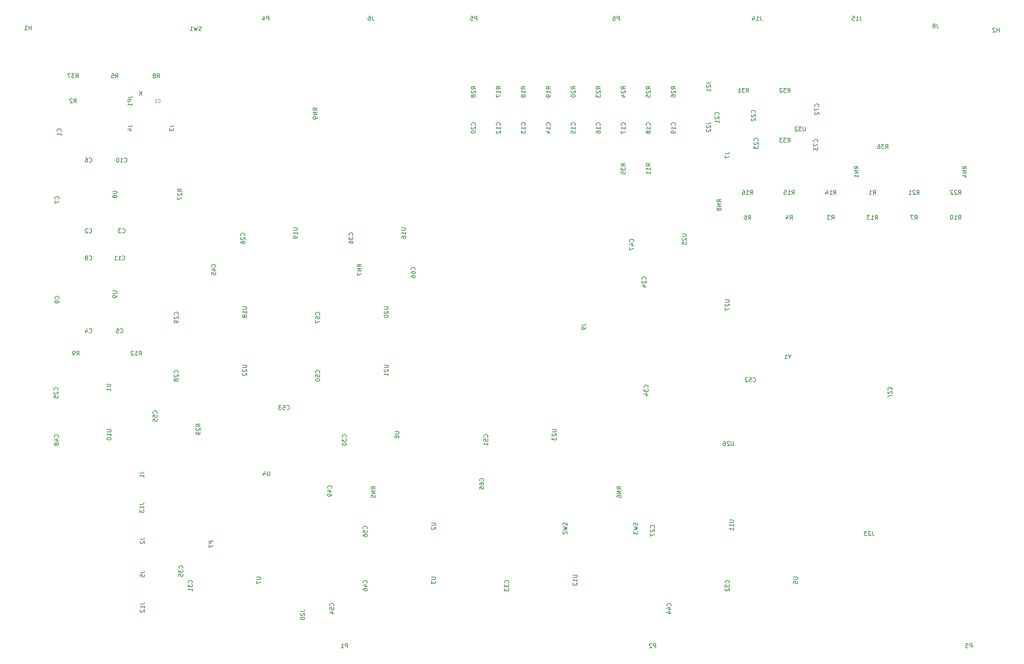
<source format=gbr>
%TF.GenerationSoftware,KiCad,Pcbnew,(6.0.11)*%
%TF.CreationDate,2024-03-24T09:47:06-04:00*%
%TF.ProjectId,input-output.Multi,696e7075-742d-46f7-9574-7075742e4d75,rev?*%
%TF.SameCoordinates,Original*%
%TF.FileFunction,Legend,Bot*%
%TF.FilePolarity,Positive*%
%FSLAX46Y46*%
G04 Gerber Fmt 4.6, Leading zero omitted, Abs format (unit mm)*
G04 Created by KiCad (PCBNEW (6.0.11)) date 2024-03-24 09:47:06*
%MOMM*%
%LPD*%
G01*
G04 APERTURE LIST*
%ADD10C,0.150000*%
%ADD11C,0.120000*%
G04 APERTURE END LIST*
D10*
%TO.C,C36*%
X113957142Y-127357142D02*
X114004761Y-127309523D01*
X114052380Y-127166666D01*
X114052380Y-127071428D01*
X114004761Y-126928571D01*
X113909523Y-126833333D01*
X113814285Y-126785714D01*
X113623809Y-126738095D01*
X113480952Y-126738095D01*
X113290476Y-126785714D01*
X113195238Y-126833333D01*
X113100000Y-126928571D01*
X113052380Y-127071428D01*
X113052380Y-127166666D01*
X113100000Y-127309523D01*
X113147619Y-127357142D01*
X113052380Y-127690476D02*
X113052380Y-128309523D01*
X113433333Y-127976190D01*
X113433333Y-128119047D01*
X113480952Y-128214285D01*
X113528571Y-128261904D01*
X113623809Y-128309523D01*
X113861904Y-128309523D01*
X113957142Y-128261904D01*
X114004761Y-128214285D01*
X114052380Y-128119047D01*
X114052380Y-127833333D01*
X114004761Y-127738095D01*
X113957142Y-127690476D01*
X113052380Y-129166666D02*
X113052380Y-128976190D01*
X113100000Y-128880952D01*
X113147619Y-128833333D01*
X113290476Y-128738095D01*
X113480952Y-128690476D01*
X113861904Y-128690476D01*
X113957142Y-128738095D01*
X114004761Y-128785714D01*
X114052380Y-128880952D01*
X114052380Y-129071428D01*
X114004761Y-129166666D01*
X113957142Y-129214285D01*
X113861904Y-129261904D01*
X113623809Y-129261904D01*
X113528571Y-129214285D01*
X113480952Y-129166666D01*
X113433333Y-129071428D01*
X113433333Y-128880952D01*
X113480952Y-128785714D01*
X113528571Y-128738095D01*
X113623809Y-128690476D01*
%TO.C,C1*%
X43857142Y-102333333D02*
X43904761Y-102285714D01*
X43952380Y-102142857D01*
X43952380Y-102047619D01*
X43904761Y-101904761D01*
X43809523Y-101809523D01*
X43714285Y-101761904D01*
X43523809Y-101714285D01*
X43380952Y-101714285D01*
X43190476Y-101761904D01*
X43095238Y-101809523D01*
X43000000Y-101904761D01*
X42952380Y-102047619D01*
X42952380Y-102142857D01*
X43000000Y-102285714D01*
X43047619Y-102333333D01*
X43952380Y-103285714D02*
X43952380Y-102714285D01*
X43952380Y-103000000D02*
X42952380Y-103000000D01*
X43095238Y-102904761D01*
X43190476Y-102809523D01*
X43238095Y-102714285D01*
%TO.C,C21*%
X201857142Y-98357142D02*
X201904761Y-98309523D01*
X201952380Y-98166666D01*
X201952380Y-98071428D01*
X201904761Y-97928571D01*
X201809523Y-97833333D01*
X201714285Y-97785714D01*
X201523809Y-97738095D01*
X201380952Y-97738095D01*
X201190476Y-97785714D01*
X201095238Y-97833333D01*
X201000000Y-97928571D01*
X200952380Y-98071428D01*
X200952380Y-98166666D01*
X201000000Y-98309523D01*
X201047619Y-98357142D01*
X201047619Y-98738095D02*
X201000000Y-98785714D01*
X200952380Y-98880952D01*
X200952380Y-99119047D01*
X201000000Y-99214285D01*
X201047619Y-99261904D01*
X201142857Y-99309523D01*
X201238095Y-99309523D01*
X201380952Y-99261904D01*
X201952380Y-98690476D01*
X201952380Y-99309523D01*
X201952380Y-100261904D02*
X201952380Y-99690476D01*
X201952380Y-99976190D02*
X200952380Y-99976190D01*
X201095238Y-99880952D01*
X201190476Y-99785714D01*
X201238095Y-99690476D01*
%TO.C,C22*%
X210607142Y-97857142D02*
X210654761Y-97809523D01*
X210702380Y-97666666D01*
X210702380Y-97571428D01*
X210654761Y-97428571D01*
X210559523Y-97333333D01*
X210464285Y-97285714D01*
X210273809Y-97238095D01*
X210130952Y-97238095D01*
X209940476Y-97285714D01*
X209845238Y-97333333D01*
X209750000Y-97428571D01*
X209702380Y-97571428D01*
X209702380Y-97666666D01*
X209750000Y-97809523D01*
X209797619Y-97857142D01*
X209797619Y-98238095D02*
X209750000Y-98285714D01*
X209702380Y-98380952D01*
X209702380Y-98619047D01*
X209750000Y-98714285D01*
X209797619Y-98761904D01*
X209892857Y-98809523D01*
X209988095Y-98809523D01*
X210130952Y-98761904D01*
X210702380Y-98190476D01*
X210702380Y-98809523D01*
X209797619Y-99190476D02*
X209750000Y-99238095D01*
X209702380Y-99333333D01*
X209702380Y-99571428D01*
X209750000Y-99666666D01*
X209797619Y-99714285D01*
X209892857Y-99761904D01*
X209988095Y-99761904D01*
X210130952Y-99714285D01*
X210702380Y-99142857D01*
X210702380Y-99761904D01*
%TO.C,C23*%
X211257142Y-104557142D02*
X211304761Y-104509523D01*
X211352380Y-104366666D01*
X211352380Y-104271428D01*
X211304761Y-104128571D01*
X211209523Y-104033333D01*
X211114285Y-103985714D01*
X210923809Y-103938095D01*
X210780952Y-103938095D01*
X210590476Y-103985714D01*
X210495238Y-104033333D01*
X210400000Y-104128571D01*
X210352380Y-104271428D01*
X210352380Y-104366666D01*
X210400000Y-104509523D01*
X210447619Y-104557142D01*
X210447619Y-104938095D02*
X210400000Y-104985714D01*
X210352380Y-105080952D01*
X210352380Y-105319047D01*
X210400000Y-105414285D01*
X210447619Y-105461904D01*
X210542857Y-105509523D01*
X210638095Y-105509523D01*
X210780952Y-105461904D01*
X211352380Y-104890476D01*
X211352380Y-105509523D01*
X210352380Y-105842857D02*
X210352380Y-106461904D01*
X210733333Y-106128571D01*
X210733333Y-106271428D01*
X210780952Y-106366666D01*
X210828571Y-106414285D01*
X210923809Y-106461904D01*
X211161904Y-106461904D01*
X211257142Y-106414285D01*
X211304761Y-106366666D01*
X211352380Y-106271428D01*
X211352380Y-105985714D01*
X211304761Y-105890476D01*
X211257142Y-105842857D01*
%TO.C,C24*%
X184357142Y-137857142D02*
X184404761Y-137809523D01*
X184452380Y-137666666D01*
X184452380Y-137571428D01*
X184404761Y-137428571D01*
X184309523Y-137333333D01*
X184214285Y-137285714D01*
X184023809Y-137238095D01*
X183880952Y-137238095D01*
X183690476Y-137285714D01*
X183595238Y-137333333D01*
X183500000Y-137428571D01*
X183452380Y-137571428D01*
X183452380Y-137666666D01*
X183500000Y-137809523D01*
X183547619Y-137857142D01*
X183547619Y-138238095D02*
X183500000Y-138285714D01*
X183452380Y-138380952D01*
X183452380Y-138619047D01*
X183500000Y-138714285D01*
X183547619Y-138761904D01*
X183642857Y-138809523D01*
X183738095Y-138809523D01*
X183880952Y-138761904D01*
X184452380Y-138190476D01*
X184452380Y-138809523D01*
X183785714Y-139666666D02*
X184452380Y-139666666D01*
X183404761Y-139428571D02*
X184119047Y-139190476D01*
X184119047Y-139809523D01*
%TO.C,C25*%
X43107142Y-164507142D02*
X43154761Y-164459523D01*
X43202380Y-164316666D01*
X43202380Y-164221428D01*
X43154761Y-164078571D01*
X43059523Y-163983333D01*
X42964285Y-163935714D01*
X42773809Y-163888095D01*
X42630952Y-163888095D01*
X42440476Y-163935714D01*
X42345238Y-163983333D01*
X42250000Y-164078571D01*
X42202380Y-164221428D01*
X42202380Y-164316666D01*
X42250000Y-164459523D01*
X42297619Y-164507142D01*
X42297619Y-164888095D02*
X42250000Y-164935714D01*
X42202380Y-165030952D01*
X42202380Y-165269047D01*
X42250000Y-165364285D01*
X42297619Y-165411904D01*
X42392857Y-165459523D01*
X42488095Y-165459523D01*
X42630952Y-165411904D01*
X43202380Y-164840476D01*
X43202380Y-165459523D01*
X42202380Y-166364285D02*
X42202380Y-165888095D01*
X42678571Y-165840476D01*
X42630952Y-165888095D01*
X42583333Y-165983333D01*
X42583333Y-166221428D01*
X42630952Y-166316666D01*
X42678571Y-166364285D01*
X42773809Y-166411904D01*
X43011904Y-166411904D01*
X43107142Y-166364285D01*
X43154761Y-166316666D01*
X43202380Y-166221428D01*
X43202380Y-165983333D01*
X43154761Y-165888095D01*
X43107142Y-165840476D01*
%TO.C,C26*%
X87982142Y-127407142D02*
X88029761Y-127359523D01*
X88077380Y-127216666D01*
X88077380Y-127121428D01*
X88029761Y-126978571D01*
X87934523Y-126883333D01*
X87839285Y-126835714D01*
X87648809Y-126788095D01*
X87505952Y-126788095D01*
X87315476Y-126835714D01*
X87220238Y-126883333D01*
X87125000Y-126978571D01*
X87077380Y-127121428D01*
X87077380Y-127216666D01*
X87125000Y-127359523D01*
X87172619Y-127407142D01*
X87172619Y-127788095D02*
X87125000Y-127835714D01*
X87077380Y-127930952D01*
X87077380Y-128169047D01*
X87125000Y-128264285D01*
X87172619Y-128311904D01*
X87267857Y-128359523D01*
X87363095Y-128359523D01*
X87505952Y-128311904D01*
X88077380Y-127740476D01*
X88077380Y-128359523D01*
X87077380Y-129216666D02*
X87077380Y-129026190D01*
X87125000Y-128930952D01*
X87172619Y-128883333D01*
X87315476Y-128788095D01*
X87505952Y-128740476D01*
X87886904Y-128740476D01*
X87982142Y-128788095D01*
X88029761Y-128835714D01*
X88077380Y-128930952D01*
X88077380Y-129121428D01*
X88029761Y-129216666D01*
X87982142Y-129264285D01*
X87886904Y-129311904D01*
X87648809Y-129311904D01*
X87553571Y-129264285D01*
X87505952Y-129216666D01*
X87458333Y-129121428D01*
X87458333Y-128930952D01*
X87505952Y-128835714D01*
X87553571Y-128788095D01*
X87648809Y-128740476D01*
%TO.C,C27*%
X186357142Y-197607142D02*
X186404761Y-197559523D01*
X186452380Y-197416666D01*
X186452380Y-197321428D01*
X186404761Y-197178571D01*
X186309523Y-197083333D01*
X186214285Y-197035714D01*
X186023809Y-196988095D01*
X185880952Y-196988095D01*
X185690476Y-197035714D01*
X185595238Y-197083333D01*
X185500000Y-197178571D01*
X185452380Y-197321428D01*
X185452380Y-197416666D01*
X185500000Y-197559523D01*
X185547619Y-197607142D01*
X185547619Y-197988095D02*
X185500000Y-198035714D01*
X185452380Y-198130952D01*
X185452380Y-198369047D01*
X185500000Y-198464285D01*
X185547619Y-198511904D01*
X185642857Y-198559523D01*
X185738095Y-198559523D01*
X185880952Y-198511904D01*
X186452380Y-197940476D01*
X186452380Y-198559523D01*
X185452380Y-198892857D02*
X185452380Y-199559523D01*
X186452380Y-199130952D01*
%TO.C,C28*%
X71982142Y-160407142D02*
X72029761Y-160359523D01*
X72077380Y-160216666D01*
X72077380Y-160121428D01*
X72029761Y-159978571D01*
X71934523Y-159883333D01*
X71839285Y-159835714D01*
X71648809Y-159788095D01*
X71505952Y-159788095D01*
X71315476Y-159835714D01*
X71220238Y-159883333D01*
X71125000Y-159978571D01*
X71077380Y-160121428D01*
X71077380Y-160216666D01*
X71125000Y-160359523D01*
X71172619Y-160407142D01*
X71172619Y-160788095D02*
X71125000Y-160835714D01*
X71077380Y-160930952D01*
X71077380Y-161169047D01*
X71125000Y-161264285D01*
X71172619Y-161311904D01*
X71267857Y-161359523D01*
X71363095Y-161359523D01*
X71505952Y-161311904D01*
X72077380Y-160740476D01*
X72077380Y-161359523D01*
X71505952Y-161930952D02*
X71458333Y-161835714D01*
X71410714Y-161788095D01*
X71315476Y-161740476D01*
X71267857Y-161740476D01*
X71172619Y-161788095D01*
X71125000Y-161835714D01*
X71077380Y-161930952D01*
X71077380Y-162121428D01*
X71125000Y-162216666D01*
X71172619Y-162264285D01*
X71267857Y-162311904D01*
X71315476Y-162311904D01*
X71410714Y-162264285D01*
X71458333Y-162216666D01*
X71505952Y-162121428D01*
X71505952Y-161930952D01*
X71553571Y-161835714D01*
X71601190Y-161788095D01*
X71696428Y-161740476D01*
X71886904Y-161740476D01*
X71982142Y-161788095D01*
X72029761Y-161835714D01*
X72077380Y-161930952D01*
X72077380Y-162121428D01*
X72029761Y-162216666D01*
X71982142Y-162264285D01*
X71886904Y-162311904D01*
X71696428Y-162311904D01*
X71601190Y-162264285D01*
X71553571Y-162216666D01*
X71505952Y-162121428D01*
%TO.C,C29*%
X71982142Y-146407142D02*
X72029761Y-146359523D01*
X72077380Y-146216666D01*
X72077380Y-146121428D01*
X72029761Y-145978571D01*
X71934523Y-145883333D01*
X71839285Y-145835714D01*
X71648809Y-145788095D01*
X71505952Y-145788095D01*
X71315476Y-145835714D01*
X71220238Y-145883333D01*
X71125000Y-145978571D01*
X71077380Y-146121428D01*
X71077380Y-146216666D01*
X71125000Y-146359523D01*
X71172619Y-146407142D01*
X71172619Y-146788095D02*
X71125000Y-146835714D01*
X71077380Y-146930952D01*
X71077380Y-147169047D01*
X71125000Y-147264285D01*
X71172619Y-147311904D01*
X71267857Y-147359523D01*
X71363095Y-147359523D01*
X71505952Y-147311904D01*
X72077380Y-146740476D01*
X72077380Y-147359523D01*
X72077380Y-147835714D02*
X72077380Y-148026190D01*
X72029761Y-148121428D01*
X71982142Y-148169047D01*
X71839285Y-148264285D01*
X71648809Y-148311904D01*
X71267857Y-148311904D01*
X71172619Y-148264285D01*
X71125000Y-148216666D01*
X71077380Y-148121428D01*
X71077380Y-147930952D01*
X71125000Y-147835714D01*
X71172619Y-147788095D01*
X71267857Y-147740476D01*
X71505952Y-147740476D01*
X71601190Y-147788095D01*
X71648809Y-147835714D01*
X71696428Y-147930952D01*
X71696428Y-148121428D01*
X71648809Y-148216666D01*
X71601190Y-148264285D01*
X71505952Y-148311904D01*
%TO.C,C30*%
X112357142Y-175857142D02*
X112404761Y-175809523D01*
X112452380Y-175666666D01*
X112452380Y-175571428D01*
X112404761Y-175428571D01*
X112309523Y-175333333D01*
X112214285Y-175285714D01*
X112023809Y-175238095D01*
X111880952Y-175238095D01*
X111690476Y-175285714D01*
X111595238Y-175333333D01*
X111500000Y-175428571D01*
X111452380Y-175571428D01*
X111452380Y-175666666D01*
X111500000Y-175809523D01*
X111547619Y-175857142D01*
X111452380Y-176190476D02*
X111452380Y-176809523D01*
X111833333Y-176476190D01*
X111833333Y-176619047D01*
X111880952Y-176714285D01*
X111928571Y-176761904D01*
X112023809Y-176809523D01*
X112261904Y-176809523D01*
X112357142Y-176761904D01*
X112404761Y-176714285D01*
X112452380Y-176619047D01*
X112452380Y-176333333D01*
X112404761Y-176238095D01*
X112357142Y-176190476D01*
X111452380Y-177428571D02*
X111452380Y-177523809D01*
X111500000Y-177619047D01*
X111547619Y-177666666D01*
X111642857Y-177714285D01*
X111833333Y-177761904D01*
X112071428Y-177761904D01*
X112261904Y-177714285D01*
X112357142Y-177666666D01*
X112404761Y-177619047D01*
X112452380Y-177523809D01*
X112452380Y-177428571D01*
X112404761Y-177333333D01*
X112357142Y-177285714D01*
X112261904Y-177238095D01*
X112071428Y-177190476D01*
X111833333Y-177190476D01*
X111642857Y-177238095D01*
X111547619Y-177285714D01*
X111500000Y-177333333D01*
X111452380Y-177428571D01*
%TO.C,C32*%
X204357142Y-210857142D02*
X204404761Y-210809523D01*
X204452380Y-210666666D01*
X204452380Y-210571428D01*
X204404761Y-210428571D01*
X204309523Y-210333333D01*
X204214285Y-210285714D01*
X204023809Y-210238095D01*
X203880952Y-210238095D01*
X203690476Y-210285714D01*
X203595238Y-210333333D01*
X203500000Y-210428571D01*
X203452380Y-210571428D01*
X203452380Y-210666666D01*
X203500000Y-210809523D01*
X203547619Y-210857142D01*
X203452380Y-211190476D02*
X203452380Y-211809523D01*
X203833333Y-211476190D01*
X203833333Y-211619047D01*
X203880952Y-211714285D01*
X203928571Y-211761904D01*
X204023809Y-211809523D01*
X204261904Y-211809523D01*
X204357142Y-211761904D01*
X204404761Y-211714285D01*
X204452380Y-211619047D01*
X204452380Y-211333333D01*
X204404761Y-211238095D01*
X204357142Y-211190476D01*
X203547619Y-212190476D02*
X203500000Y-212238095D01*
X203452380Y-212333333D01*
X203452380Y-212571428D01*
X203500000Y-212666666D01*
X203547619Y-212714285D01*
X203642857Y-212761904D01*
X203738095Y-212761904D01*
X203880952Y-212714285D01*
X204452380Y-212142857D01*
X204452380Y-212761904D01*
%TO.C,C33*%
X151357142Y-210857142D02*
X151404761Y-210809523D01*
X151452380Y-210666666D01*
X151452380Y-210571428D01*
X151404761Y-210428571D01*
X151309523Y-210333333D01*
X151214285Y-210285714D01*
X151023809Y-210238095D01*
X150880952Y-210238095D01*
X150690476Y-210285714D01*
X150595238Y-210333333D01*
X150500000Y-210428571D01*
X150452380Y-210571428D01*
X150452380Y-210666666D01*
X150500000Y-210809523D01*
X150547619Y-210857142D01*
X150452380Y-211190476D02*
X150452380Y-211809523D01*
X150833333Y-211476190D01*
X150833333Y-211619047D01*
X150880952Y-211714285D01*
X150928571Y-211761904D01*
X151023809Y-211809523D01*
X151261904Y-211809523D01*
X151357142Y-211761904D01*
X151404761Y-211714285D01*
X151452380Y-211619047D01*
X151452380Y-211333333D01*
X151404761Y-211238095D01*
X151357142Y-211190476D01*
X150452380Y-212142857D02*
X150452380Y-212761904D01*
X150833333Y-212428571D01*
X150833333Y-212571428D01*
X150880952Y-212666666D01*
X150928571Y-212714285D01*
X151023809Y-212761904D01*
X151261904Y-212761904D01*
X151357142Y-212714285D01*
X151404761Y-212666666D01*
X151452380Y-212571428D01*
X151452380Y-212285714D01*
X151404761Y-212190476D01*
X151357142Y-212142857D01*
%TO.C,C34*%
X184857142Y-163907142D02*
X184904761Y-163859523D01*
X184952380Y-163716666D01*
X184952380Y-163621428D01*
X184904761Y-163478571D01*
X184809523Y-163383333D01*
X184714285Y-163335714D01*
X184523809Y-163288095D01*
X184380952Y-163288095D01*
X184190476Y-163335714D01*
X184095238Y-163383333D01*
X184000000Y-163478571D01*
X183952380Y-163621428D01*
X183952380Y-163716666D01*
X184000000Y-163859523D01*
X184047619Y-163907142D01*
X183952380Y-164240476D02*
X183952380Y-164859523D01*
X184333333Y-164526190D01*
X184333333Y-164669047D01*
X184380952Y-164764285D01*
X184428571Y-164811904D01*
X184523809Y-164859523D01*
X184761904Y-164859523D01*
X184857142Y-164811904D01*
X184904761Y-164764285D01*
X184952380Y-164669047D01*
X184952380Y-164383333D01*
X184904761Y-164288095D01*
X184857142Y-164240476D01*
X184285714Y-165716666D02*
X184952380Y-165716666D01*
X183904761Y-165478571D02*
X184619047Y-165240476D01*
X184619047Y-165859523D01*
%TO.C,C35*%
X73107142Y-207357142D02*
X73154761Y-207309523D01*
X73202380Y-207166666D01*
X73202380Y-207071428D01*
X73154761Y-206928571D01*
X73059523Y-206833333D01*
X72964285Y-206785714D01*
X72773809Y-206738095D01*
X72630952Y-206738095D01*
X72440476Y-206785714D01*
X72345238Y-206833333D01*
X72250000Y-206928571D01*
X72202380Y-207071428D01*
X72202380Y-207166666D01*
X72250000Y-207309523D01*
X72297619Y-207357142D01*
X72202380Y-207690476D02*
X72202380Y-208309523D01*
X72583333Y-207976190D01*
X72583333Y-208119047D01*
X72630952Y-208214285D01*
X72678571Y-208261904D01*
X72773809Y-208309523D01*
X73011904Y-208309523D01*
X73107142Y-208261904D01*
X73154761Y-208214285D01*
X73202380Y-208119047D01*
X73202380Y-207833333D01*
X73154761Y-207738095D01*
X73107142Y-207690476D01*
X72202380Y-209214285D02*
X72202380Y-208738095D01*
X72678571Y-208690476D01*
X72630952Y-208738095D01*
X72583333Y-208833333D01*
X72583333Y-209071428D01*
X72630952Y-209166666D01*
X72678571Y-209214285D01*
X72773809Y-209261904D01*
X73011904Y-209261904D01*
X73107142Y-209214285D01*
X73154761Y-209166666D01*
X73202380Y-209071428D01*
X73202380Y-208833333D01*
X73154761Y-208738095D01*
X73107142Y-208690476D01*
%TO.C,C45*%
X80982142Y-134907142D02*
X81029761Y-134859523D01*
X81077380Y-134716666D01*
X81077380Y-134621428D01*
X81029761Y-134478571D01*
X80934523Y-134383333D01*
X80839285Y-134335714D01*
X80648809Y-134288095D01*
X80505952Y-134288095D01*
X80315476Y-134335714D01*
X80220238Y-134383333D01*
X80125000Y-134478571D01*
X80077380Y-134621428D01*
X80077380Y-134716666D01*
X80125000Y-134859523D01*
X80172619Y-134907142D01*
X80410714Y-135764285D02*
X81077380Y-135764285D01*
X80029761Y-135526190D02*
X80744047Y-135288095D01*
X80744047Y-135907142D01*
X80077380Y-136764285D02*
X80077380Y-136288095D01*
X80553571Y-136240476D01*
X80505952Y-136288095D01*
X80458333Y-136383333D01*
X80458333Y-136621428D01*
X80505952Y-136716666D01*
X80553571Y-136764285D01*
X80648809Y-136811904D01*
X80886904Y-136811904D01*
X80982142Y-136764285D01*
X81029761Y-136716666D01*
X81077380Y-136621428D01*
X81077380Y-136383333D01*
X81029761Y-136288095D01*
X80982142Y-136240476D01*
%TO.C,C46*%
X117357142Y-210857142D02*
X117404761Y-210809523D01*
X117452380Y-210666666D01*
X117452380Y-210571428D01*
X117404761Y-210428571D01*
X117309523Y-210333333D01*
X117214285Y-210285714D01*
X117023809Y-210238095D01*
X116880952Y-210238095D01*
X116690476Y-210285714D01*
X116595238Y-210333333D01*
X116500000Y-210428571D01*
X116452380Y-210571428D01*
X116452380Y-210666666D01*
X116500000Y-210809523D01*
X116547619Y-210857142D01*
X116785714Y-211714285D02*
X117452380Y-211714285D01*
X116404761Y-211476190D02*
X117119047Y-211238095D01*
X117119047Y-211857142D01*
X116452380Y-212666666D02*
X116452380Y-212476190D01*
X116500000Y-212380952D01*
X116547619Y-212333333D01*
X116690476Y-212238095D01*
X116880952Y-212190476D01*
X117261904Y-212190476D01*
X117357142Y-212238095D01*
X117404761Y-212285714D01*
X117452380Y-212380952D01*
X117452380Y-212571428D01*
X117404761Y-212666666D01*
X117357142Y-212714285D01*
X117261904Y-212761904D01*
X117023809Y-212761904D01*
X116928571Y-212714285D01*
X116880952Y-212666666D01*
X116833333Y-212571428D01*
X116833333Y-212380952D01*
X116880952Y-212285714D01*
X116928571Y-212238095D01*
X117023809Y-212190476D01*
%TO.C,C47*%
X181357142Y-128857142D02*
X181404761Y-128809523D01*
X181452380Y-128666666D01*
X181452380Y-128571428D01*
X181404761Y-128428571D01*
X181309523Y-128333333D01*
X181214285Y-128285714D01*
X181023809Y-128238095D01*
X180880952Y-128238095D01*
X180690476Y-128285714D01*
X180595238Y-128333333D01*
X180500000Y-128428571D01*
X180452380Y-128571428D01*
X180452380Y-128666666D01*
X180500000Y-128809523D01*
X180547619Y-128857142D01*
X180785714Y-129714285D02*
X181452380Y-129714285D01*
X180404761Y-129476190D02*
X181119047Y-129238095D01*
X181119047Y-129857142D01*
X180452380Y-130142857D02*
X180452380Y-130809523D01*
X181452380Y-130380952D01*
%TO.C,C48*%
X43232142Y-175857142D02*
X43279761Y-175809523D01*
X43327380Y-175666666D01*
X43327380Y-175571428D01*
X43279761Y-175428571D01*
X43184523Y-175333333D01*
X43089285Y-175285714D01*
X42898809Y-175238095D01*
X42755952Y-175238095D01*
X42565476Y-175285714D01*
X42470238Y-175333333D01*
X42375000Y-175428571D01*
X42327380Y-175571428D01*
X42327380Y-175666666D01*
X42375000Y-175809523D01*
X42422619Y-175857142D01*
X42660714Y-176714285D02*
X43327380Y-176714285D01*
X42279761Y-176476190D02*
X42994047Y-176238095D01*
X42994047Y-176857142D01*
X42755952Y-177380952D02*
X42708333Y-177285714D01*
X42660714Y-177238095D01*
X42565476Y-177190476D01*
X42517857Y-177190476D01*
X42422619Y-177238095D01*
X42375000Y-177285714D01*
X42327380Y-177380952D01*
X42327380Y-177571428D01*
X42375000Y-177666666D01*
X42422619Y-177714285D01*
X42517857Y-177761904D01*
X42565476Y-177761904D01*
X42660714Y-177714285D01*
X42708333Y-177666666D01*
X42755952Y-177571428D01*
X42755952Y-177380952D01*
X42803571Y-177285714D01*
X42851190Y-177238095D01*
X42946428Y-177190476D01*
X43136904Y-177190476D01*
X43232142Y-177238095D01*
X43279761Y-177285714D01*
X43327380Y-177380952D01*
X43327380Y-177571428D01*
X43279761Y-177666666D01*
X43232142Y-177714285D01*
X43136904Y-177761904D01*
X42946428Y-177761904D01*
X42851190Y-177714285D01*
X42803571Y-177666666D01*
X42755952Y-177571428D01*
%TO.C,C49*%
X108857142Y-188107142D02*
X108904761Y-188059523D01*
X108952380Y-187916666D01*
X108952380Y-187821428D01*
X108904761Y-187678571D01*
X108809523Y-187583333D01*
X108714285Y-187535714D01*
X108523809Y-187488095D01*
X108380952Y-187488095D01*
X108190476Y-187535714D01*
X108095238Y-187583333D01*
X108000000Y-187678571D01*
X107952380Y-187821428D01*
X107952380Y-187916666D01*
X108000000Y-188059523D01*
X108047619Y-188107142D01*
X108285714Y-188964285D02*
X108952380Y-188964285D01*
X107904761Y-188726190D02*
X108619047Y-188488095D01*
X108619047Y-189107142D01*
X108952380Y-189535714D02*
X108952380Y-189726190D01*
X108904761Y-189821428D01*
X108857142Y-189869047D01*
X108714285Y-189964285D01*
X108523809Y-190011904D01*
X108142857Y-190011904D01*
X108047619Y-189964285D01*
X108000000Y-189916666D01*
X107952380Y-189821428D01*
X107952380Y-189630952D01*
X108000000Y-189535714D01*
X108047619Y-189488095D01*
X108142857Y-189440476D01*
X108380952Y-189440476D01*
X108476190Y-189488095D01*
X108523809Y-189535714D01*
X108571428Y-189630952D01*
X108571428Y-189821428D01*
X108523809Y-189916666D01*
X108476190Y-189964285D01*
X108380952Y-190011904D01*
%TO.C,C53*%
X98142857Y-169107142D02*
X98190476Y-169154761D01*
X98333333Y-169202380D01*
X98428571Y-169202380D01*
X98571428Y-169154761D01*
X98666666Y-169059523D01*
X98714285Y-168964285D01*
X98761904Y-168773809D01*
X98761904Y-168630952D01*
X98714285Y-168440476D01*
X98666666Y-168345238D01*
X98571428Y-168250000D01*
X98428571Y-168202380D01*
X98333333Y-168202380D01*
X98190476Y-168250000D01*
X98142857Y-168297619D01*
X97238095Y-168202380D02*
X97714285Y-168202380D01*
X97761904Y-168678571D01*
X97714285Y-168630952D01*
X97619047Y-168583333D01*
X97380952Y-168583333D01*
X97285714Y-168630952D01*
X97238095Y-168678571D01*
X97190476Y-168773809D01*
X97190476Y-169011904D01*
X97238095Y-169107142D01*
X97285714Y-169154761D01*
X97380952Y-169202380D01*
X97619047Y-169202380D01*
X97714285Y-169154761D01*
X97761904Y-169107142D01*
X96857142Y-168202380D02*
X96238095Y-168202380D01*
X96571428Y-168583333D01*
X96428571Y-168583333D01*
X96333333Y-168630952D01*
X96285714Y-168678571D01*
X96238095Y-168773809D01*
X96238095Y-169011904D01*
X96285714Y-169107142D01*
X96333333Y-169154761D01*
X96428571Y-169202380D01*
X96714285Y-169202380D01*
X96809523Y-169154761D01*
X96857142Y-169107142D01*
%TO.C,C54*%
X109357142Y-216357142D02*
X109404761Y-216309523D01*
X109452380Y-216166666D01*
X109452380Y-216071428D01*
X109404761Y-215928571D01*
X109309523Y-215833333D01*
X109214285Y-215785714D01*
X109023809Y-215738095D01*
X108880952Y-215738095D01*
X108690476Y-215785714D01*
X108595238Y-215833333D01*
X108500000Y-215928571D01*
X108452380Y-216071428D01*
X108452380Y-216166666D01*
X108500000Y-216309523D01*
X108547619Y-216357142D01*
X108452380Y-217261904D02*
X108452380Y-216785714D01*
X108928571Y-216738095D01*
X108880952Y-216785714D01*
X108833333Y-216880952D01*
X108833333Y-217119047D01*
X108880952Y-217214285D01*
X108928571Y-217261904D01*
X109023809Y-217309523D01*
X109261904Y-217309523D01*
X109357142Y-217261904D01*
X109404761Y-217214285D01*
X109452380Y-217119047D01*
X109452380Y-216880952D01*
X109404761Y-216785714D01*
X109357142Y-216738095D01*
X108785714Y-218166666D02*
X109452380Y-218166666D01*
X108404761Y-217928571D02*
X109119047Y-217690476D01*
X109119047Y-218309523D01*
%TO.C,C55*%
X66902042Y-170107142D02*
X66949661Y-170059523D01*
X66997280Y-169916666D01*
X66997280Y-169821428D01*
X66949661Y-169678571D01*
X66854423Y-169583333D01*
X66759185Y-169535714D01*
X66568709Y-169488095D01*
X66425852Y-169488095D01*
X66235376Y-169535714D01*
X66140138Y-169583333D01*
X66044900Y-169678571D01*
X65997280Y-169821428D01*
X65997280Y-169916666D01*
X66044900Y-170059523D01*
X66092519Y-170107142D01*
X65997280Y-171011904D02*
X65997280Y-170535714D01*
X66473471Y-170488095D01*
X66425852Y-170535714D01*
X66378233Y-170630952D01*
X66378233Y-170869047D01*
X66425852Y-170964285D01*
X66473471Y-171011904D01*
X66568709Y-171059523D01*
X66806804Y-171059523D01*
X66902042Y-171011904D01*
X66949661Y-170964285D01*
X66997280Y-170869047D01*
X66997280Y-170630952D01*
X66949661Y-170535714D01*
X66902042Y-170488095D01*
X65997280Y-171964285D02*
X65997280Y-171488095D01*
X66473471Y-171440476D01*
X66425852Y-171488095D01*
X66378233Y-171583333D01*
X66378233Y-171821428D01*
X66425852Y-171916666D01*
X66473471Y-171964285D01*
X66568709Y-172011904D01*
X66806804Y-172011904D01*
X66902042Y-171964285D01*
X66949661Y-171916666D01*
X66997280Y-171821428D01*
X66997280Y-171583333D01*
X66949661Y-171488095D01*
X66902042Y-171440476D01*
%TO.C,C56*%
X117357142Y-197857142D02*
X117404761Y-197809523D01*
X117452380Y-197666666D01*
X117452380Y-197571428D01*
X117404761Y-197428571D01*
X117309523Y-197333333D01*
X117214285Y-197285714D01*
X117023809Y-197238095D01*
X116880952Y-197238095D01*
X116690476Y-197285714D01*
X116595238Y-197333333D01*
X116500000Y-197428571D01*
X116452380Y-197571428D01*
X116452380Y-197666666D01*
X116500000Y-197809523D01*
X116547619Y-197857142D01*
X116452380Y-198761904D02*
X116452380Y-198285714D01*
X116928571Y-198238095D01*
X116880952Y-198285714D01*
X116833333Y-198380952D01*
X116833333Y-198619047D01*
X116880952Y-198714285D01*
X116928571Y-198761904D01*
X117023809Y-198809523D01*
X117261904Y-198809523D01*
X117357142Y-198761904D01*
X117404761Y-198714285D01*
X117452380Y-198619047D01*
X117452380Y-198380952D01*
X117404761Y-198285714D01*
X117357142Y-198238095D01*
X116452380Y-199666666D02*
X116452380Y-199476190D01*
X116500000Y-199380952D01*
X116547619Y-199333333D01*
X116690476Y-199238095D01*
X116880952Y-199190476D01*
X117261904Y-199190476D01*
X117357142Y-199238095D01*
X117404761Y-199285714D01*
X117452380Y-199380952D01*
X117452380Y-199571428D01*
X117404761Y-199666666D01*
X117357142Y-199714285D01*
X117261904Y-199761904D01*
X117023809Y-199761904D01*
X116928571Y-199714285D01*
X116880952Y-199666666D01*
X116833333Y-199571428D01*
X116833333Y-199380952D01*
X116880952Y-199285714D01*
X116928571Y-199238095D01*
X117023809Y-199190476D01*
%TO.C,C57*%
X105982142Y-146407142D02*
X106029761Y-146359523D01*
X106077380Y-146216666D01*
X106077380Y-146121428D01*
X106029761Y-145978571D01*
X105934523Y-145883333D01*
X105839285Y-145835714D01*
X105648809Y-145788095D01*
X105505952Y-145788095D01*
X105315476Y-145835714D01*
X105220238Y-145883333D01*
X105125000Y-145978571D01*
X105077380Y-146121428D01*
X105077380Y-146216666D01*
X105125000Y-146359523D01*
X105172619Y-146407142D01*
X105077380Y-147311904D02*
X105077380Y-146835714D01*
X105553571Y-146788095D01*
X105505952Y-146835714D01*
X105458333Y-146930952D01*
X105458333Y-147169047D01*
X105505952Y-147264285D01*
X105553571Y-147311904D01*
X105648809Y-147359523D01*
X105886904Y-147359523D01*
X105982142Y-147311904D01*
X106029761Y-147264285D01*
X106077380Y-147169047D01*
X106077380Y-146930952D01*
X106029761Y-146835714D01*
X105982142Y-146788095D01*
X105077380Y-147692857D02*
X105077380Y-148359523D01*
X106077380Y-147930952D01*
%TO.C,C65*%
X145357142Y-186357142D02*
X145404761Y-186309523D01*
X145452380Y-186166666D01*
X145452380Y-186071428D01*
X145404761Y-185928571D01*
X145309523Y-185833333D01*
X145214285Y-185785714D01*
X145023809Y-185738095D01*
X144880952Y-185738095D01*
X144690476Y-185785714D01*
X144595238Y-185833333D01*
X144500000Y-185928571D01*
X144452380Y-186071428D01*
X144452380Y-186166666D01*
X144500000Y-186309523D01*
X144547619Y-186357142D01*
X144452380Y-187214285D02*
X144452380Y-187023809D01*
X144500000Y-186928571D01*
X144547619Y-186880952D01*
X144690476Y-186785714D01*
X144880952Y-186738095D01*
X145261904Y-186738095D01*
X145357142Y-186785714D01*
X145404761Y-186833333D01*
X145452380Y-186928571D01*
X145452380Y-187119047D01*
X145404761Y-187214285D01*
X145357142Y-187261904D01*
X145261904Y-187309523D01*
X145023809Y-187309523D01*
X144928571Y-187261904D01*
X144880952Y-187214285D01*
X144833333Y-187119047D01*
X144833333Y-186928571D01*
X144880952Y-186833333D01*
X144928571Y-186785714D01*
X145023809Y-186738095D01*
X144452380Y-188214285D02*
X144452380Y-187738095D01*
X144928571Y-187690476D01*
X144880952Y-187738095D01*
X144833333Y-187833333D01*
X144833333Y-188071428D01*
X144880952Y-188166666D01*
X144928571Y-188214285D01*
X145023809Y-188261904D01*
X145261904Y-188261904D01*
X145357142Y-188214285D01*
X145404761Y-188166666D01*
X145452380Y-188071428D01*
X145452380Y-187833333D01*
X145404761Y-187738095D01*
X145357142Y-187690476D01*
%TO.C,C66*%
X128902042Y-135607142D02*
X128949661Y-135559523D01*
X128997280Y-135416666D01*
X128997280Y-135321428D01*
X128949661Y-135178571D01*
X128854423Y-135083333D01*
X128759185Y-135035714D01*
X128568709Y-134988095D01*
X128425852Y-134988095D01*
X128235376Y-135035714D01*
X128140138Y-135083333D01*
X128044900Y-135178571D01*
X127997280Y-135321428D01*
X127997280Y-135416666D01*
X128044900Y-135559523D01*
X128092519Y-135607142D01*
X127997280Y-136464285D02*
X127997280Y-136273809D01*
X128044900Y-136178571D01*
X128092519Y-136130952D01*
X128235376Y-136035714D01*
X128425852Y-135988095D01*
X128806804Y-135988095D01*
X128902042Y-136035714D01*
X128949661Y-136083333D01*
X128997280Y-136178571D01*
X128997280Y-136369047D01*
X128949661Y-136464285D01*
X128902042Y-136511904D01*
X128806804Y-136559523D01*
X128568709Y-136559523D01*
X128473471Y-136511904D01*
X128425852Y-136464285D01*
X128378233Y-136369047D01*
X128378233Y-136178571D01*
X128425852Y-136083333D01*
X128473471Y-136035714D01*
X128568709Y-135988095D01*
X127997280Y-137416666D02*
X127997280Y-137226190D01*
X128044900Y-137130952D01*
X128092519Y-137083333D01*
X128235376Y-136988095D01*
X128425852Y-136940476D01*
X128806804Y-136940476D01*
X128902042Y-136988095D01*
X128949661Y-137035714D01*
X128997280Y-137130952D01*
X128997280Y-137321428D01*
X128949661Y-137416666D01*
X128902042Y-137464285D01*
X128806804Y-137511904D01*
X128568709Y-137511904D01*
X128473471Y-137464285D01*
X128425852Y-137416666D01*
X128378233Y-137321428D01*
X128378233Y-137130952D01*
X128425852Y-137035714D01*
X128473471Y-136988095D01*
X128568709Y-136940476D01*
%TO.C,C72*%
X225857142Y-96357142D02*
X225904761Y-96309523D01*
X225952380Y-96166666D01*
X225952380Y-96071428D01*
X225904761Y-95928571D01*
X225809523Y-95833333D01*
X225714285Y-95785714D01*
X225523809Y-95738095D01*
X225380952Y-95738095D01*
X225190476Y-95785714D01*
X225095238Y-95833333D01*
X225000000Y-95928571D01*
X224952380Y-96071428D01*
X224952380Y-96166666D01*
X225000000Y-96309523D01*
X225047619Y-96357142D01*
X224952380Y-96690476D02*
X224952380Y-97357142D01*
X225952380Y-96928571D01*
X225047619Y-97690476D02*
X225000000Y-97738095D01*
X224952380Y-97833333D01*
X224952380Y-98071428D01*
X225000000Y-98166666D01*
X225047619Y-98214285D01*
X225142857Y-98261904D01*
X225238095Y-98261904D01*
X225380952Y-98214285D01*
X225952380Y-97642857D01*
X225952380Y-98261904D01*
%TO.C,C73*%
X225607142Y-104857142D02*
X225654761Y-104809523D01*
X225702380Y-104666666D01*
X225702380Y-104571428D01*
X225654761Y-104428571D01*
X225559523Y-104333333D01*
X225464285Y-104285714D01*
X225273809Y-104238095D01*
X225130952Y-104238095D01*
X224940476Y-104285714D01*
X224845238Y-104333333D01*
X224750000Y-104428571D01*
X224702380Y-104571428D01*
X224702380Y-104666666D01*
X224750000Y-104809523D01*
X224797619Y-104857142D01*
X224702380Y-105190476D02*
X224702380Y-105857142D01*
X225702380Y-105428571D01*
X224702380Y-106142857D02*
X224702380Y-106761904D01*
X225083333Y-106428571D01*
X225083333Y-106571428D01*
X225130952Y-106666666D01*
X225178571Y-106714285D01*
X225273809Y-106761904D01*
X225511904Y-106761904D01*
X225607142Y-106714285D01*
X225654761Y-106666666D01*
X225702380Y-106571428D01*
X225702380Y-106285714D01*
X225654761Y-106190476D01*
X225607142Y-106142857D01*
%TO.C,D1*%
X63261904Y-93652380D02*
X63261904Y-92652380D01*
X62690476Y-93652380D02*
X63119047Y-93080952D01*
X62690476Y-92652380D02*
X63261904Y-93223809D01*
D11*
X67700476Y-95361904D02*
X67700476Y-94561904D01*
X67510000Y-94561904D01*
X67395714Y-94600000D01*
X67319523Y-94676190D01*
X67281428Y-94752380D01*
X67243333Y-94904761D01*
X67243333Y-95019047D01*
X67281428Y-95171428D01*
X67319523Y-95247619D01*
X67395714Y-95323809D01*
X67510000Y-95361904D01*
X67700476Y-95361904D01*
X66481428Y-95361904D02*
X66938571Y-95361904D01*
X66710000Y-95361904D02*
X66710000Y-94561904D01*
X66786190Y-94676190D01*
X66862380Y-94752380D01*
X66938571Y-94790476D01*
D10*
%TO.C,H2*%
X269261904Y-78452380D02*
X269261904Y-77452380D01*
X269261904Y-77928571D02*
X268690476Y-77928571D01*
X268690476Y-78452380D02*
X268690476Y-77452380D01*
X268261904Y-77547619D02*
X268214285Y-77500000D01*
X268119047Y-77452380D01*
X267880952Y-77452380D01*
X267785714Y-77500000D01*
X267738095Y-77547619D01*
X267690476Y-77642857D01*
X267690476Y-77738095D01*
X267738095Y-77880952D01*
X268309523Y-78452380D01*
X267690476Y-78452380D01*
%TO.C,J3*%
X69952380Y-101166666D02*
X70666666Y-101166666D01*
X70809523Y-101119047D01*
X70904761Y-101023809D01*
X70952380Y-100880952D01*
X70952380Y-100785714D01*
X69952380Y-101547619D02*
X69952380Y-102166666D01*
X70333333Y-101833333D01*
X70333333Y-101976190D01*
X70380952Y-102071428D01*
X70428571Y-102119047D01*
X70523809Y-102166666D01*
X70761904Y-102166666D01*
X70857142Y-102119047D01*
X70904761Y-102071428D01*
X70952380Y-101976190D01*
X70952380Y-101690476D01*
X70904761Y-101595238D01*
X70857142Y-101547619D01*
%TO.C,J6*%
X118683333Y-74622380D02*
X118683333Y-75336666D01*
X118730952Y-75479523D01*
X118826190Y-75574761D01*
X118969047Y-75622380D01*
X119064285Y-75622380D01*
X117778571Y-74622380D02*
X117969047Y-74622380D01*
X118064285Y-74670000D01*
X118111904Y-74717619D01*
X118207142Y-74860476D01*
X118254761Y-75050952D01*
X118254761Y-75431904D01*
X118207142Y-75527142D01*
X118159523Y-75574761D01*
X118064285Y-75622380D01*
X117873809Y-75622380D01*
X117778571Y-75574761D01*
X117730952Y-75527142D01*
X117683333Y-75431904D01*
X117683333Y-75193809D01*
X117730952Y-75098571D01*
X117778571Y-75050952D01*
X117873809Y-75003333D01*
X118064285Y-75003333D01*
X118159523Y-75050952D01*
X118207142Y-75098571D01*
X118254761Y-75193809D01*
%TO.C,JP1*%
X59952380Y-94166666D02*
X60666666Y-94166666D01*
X60809523Y-94119047D01*
X60904761Y-94023809D01*
X60952380Y-93880952D01*
X60952380Y-93785714D01*
X60952380Y-94642857D02*
X59952380Y-94642857D01*
X59952380Y-95023809D01*
X60000000Y-95119047D01*
X60047619Y-95166666D01*
X60142857Y-95214285D01*
X60285714Y-95214285D01*
X60380952Y-95166666D01*
X60428571Y-95119047D01*
X60476190Y-95023809D01*
X60476190Y-94642857D01*
X60952380Y-96166666D02*
X60952380Y-95595238D01*
X60952380Y-95880952D02*
X59952380Y-95880952D01*
X60095238Y-95785714D01*
X60190476Y-95690476D01*
X60238095Y-95595238D01*
%TO.C,P4*%
X93818095Y-75622380D02*
X93818095Y-74622380D01*
X93437142Y-74622380D01*
X93341904Y-74670000D01*
X93294285Y-74717619D01*
X93246666Y-74812857D01*
X93246666Y-74955714D01*
X93294285Y-75050952D01*
X93341904Y-75098571D01*
X93437142Y-75146190D01*
X93818095Y-75146190D01*
X92389523Y-74955714D02*
X92389523Y-75622380D01*
X92627619Y-74574761D02*
X92865714Y-75289047D01*
X92246666Y-75289047D01*
%TO.C,P5*%
X143818095Y-75622380D02*
X143818095Y-74622380D01*
X143437142Y-74622380D01*
X143341904Y-74670000D01*
X143294285Y-74717619D01*
X143246666Y-74812857D01*
X143246666Y-74955714D01*
X143294285Y-75050952D01*
X143341904Y-75098571D01*
X143437142Y-75146190D01*
X143818095Y-75146190D01*
X142341904Y-74622380D02*
X142818095Y-74622380D01*
X142865714Y-75098571D01*
X142818095Y-75050952D01*
X142722857Y-75003333D01*
X142484761Y-75003333D01*
X142389523Y-75050952D01*
X142341904Y-75098571D01*
X142294285Y-75193809D01*
X142294285Y-75431904D01*
X142341904Y-75527142D01*
X142389523Y-75574761D01*
X142484761Y-75622380D01*
X142722857Y-75622380D01*
X142818095Y-75574761D01*
X142865714Y-75527142D01*
%TO.C,R2*%
X46976666Y-95452380D02*
X47310000Y-94976190D01*
X47548095Y-95452380D02*
X47548095Y-94452380D01*
X47167142Y-94452380D01*
X47071904Y-94500000D01*
X47024285Y-94547619D01*
X46976666Y-94642857D01*
X46976666Y-94785714D01*
X47024285Y-94880952D01*
X47071904Y-94928571D01*
X47167142Y-94976190D01*
X47548095Y-94976190D01*
X46595714Y-94547619D02*
X46548095Y-94500000D01*
X46452857Y-94452380D01*
X46214761Y-94452380D01*
X46119523Y-94500000D01*
X46071904Y-94547619D01*
X46024285Y-94642857D01*
X46024285Y-94738095D01*
X46071904Y-94880952D01*
X46643333Y-95452380D01*
X46024285Y-95452380D01*
%TO.C,R5*%
X56976666Y-89452380D02*
X57310000Y-88976190D01*
X57548095Y-89452380D02*
X57548095Y-88452380D01*
X57167142Y-88452380D01*
X57071904Y-88500000D01*
X57024285Y-88547619D01*
X56976666Y-88642857D01*
X56976666Y-88785714D01*
X57024285Y-88880952D01*
X57071904Y-88928571D01*
X57167142Y-88976190D01*
X57548095Y-88976190D01*
X56071904Y-88452380D02*
X56548095Y-88452380D01*
X56595714Y-88928571D01*
X56548095Y-88880952D01*
X56452857Y-88833333D01*
X56214761Y-88833333D01*
X56119523Y-88880952D01*
X56071904Y-88928571D01*
X56024285Y-89023809D01*
X56024285Y-89261904D01*
X56071904Y-89357142D01*
X56119523Y-89404761D01*
X56214761Y-89452380D01*
X56452857Y-89452380D01*
X56548095Y-89404761D01*
X56595714Y-89357142D01*
%TO.C,R8*%
X66976666Y-89452380D02*
X67310000Y-88976190D01*
X67548095Y-89452380D02*
X67548095Y-88452380D01*
X67167142Y-88452380D01*
X67071904Y-88500000D01*
X67024285Y-88547619D01*
X66976666Y-88642857D01*
X66976666Y-88785714D01*
X67024285Y-88880952D01*
X67071904Y-88928571D01*
X67167142Y-88976190D01*
X67548095Y-88976190D01*
X66405238Y-88880952D02*
X66500476Y-88833333D01*
X66548095Y-88785714D01*
X66595714Y-88690476D01*
X66595714Y-88642857D01*
X66548095Y-88547619D01*
X66500476Y-88500000D01*
X66405238Y-88452380D01*
X66214761Y-88452380D01*
X66119523Y-88500000D01*
X66071904Y-88547619D01*
X66024285Y-88642857D01*
X66024285Y-88690476D01*
X66071904Y-88785714D01*
X66119523Y-88833333D01*
X66214761Y-88880952D01*
X66405238Y-88880952D01*
X66500476Y-88928571D01*
X66548095Y-88976190D01*
X66595714Y-89071428D01*
X66595714Y-89261904D01*
X66548095Y-89357142D01*
X66500476Y-89404761D01*
X66405238Y-89452380D01*
X66214761Y-89452380D01*
X66119523Y-89404761D01*
X66071904Y-89357142D01*
X66024285Y-89261904D01*
X66024285Y-89071428D01*
X66071904Y-88976190D01*
X66119523Y-88928571D01*
X66214761Y-88880952D01*
%TO.C,R9*%
X47666666Y-156102380D02*
X48000000Y-155626190D01*
X48238095Y-156102380D02*
X48238095Y-155102380D01*
X47857142Y-155102380D01*
X47761904Y-155150000D01*
X47714285Y-155197619D01*
X47666666Y-155292857D01*
X47666666Y-155435714D01*
X47714285Y-155530952D01*
X47761904Y-155578571D01*
X47857142Y-155626190D01*
X48238095Y-155626190D01*
X47190476Y-156102380D02*
X47000000Y-156102380D01*
X46904761Y-156054761D01*
X46857142Y-156007142D01*
X46761904Y-155864285D01*
X46714285Y-155673809D01*
X46714285Y-155292857D01*
X46761904Y-155197619D01*
X46809523Y-155150000D01*
X46904761Y-155102380D01*
X47095238Y-155102380D01*
X47190476Y-155150000D01*
X47238095Y-155197619D01*
X47285714Y-155292857D01*
X47285714Y-155530952D01*
X47238095Y-155626190D01*
X47190476Y-155673809D01*
X47095238Y-155721428D01*
X46904761Y-155721428D01*
X46809523Y-155673809D01*
X46761904Y-155626190D01*
X46714285Y-155530952D01*
%TO.C,R12*%
X62642857Y-156102380D02*
X62976190Y-155626190D01*
X63214285Y-156102380D02*
X63214285Y-155102380D01*
X62833333Y-155102380D01*
X62738095Y-155150000D01*
X62690476Y-155197619D01*
X62642857Y-155292857D01*
X62642857Y-155435714D01*
X62690476Y-155530952D01*
X62738095Y-155578571D01*
X62833333Y-155626190D01*
X63214285Y-155626190D01*
X61690476Y-156102380D02*
X62261904Y-156102380D01*
X61976190Y-156102380D02*
X61976190Y-155102380D01*
X62071428Y-155245238D01*
X62166666Y-155340476D01*
X62261904Y-155388095D01*
X61309523Y-155197619D02*
X61261904Y-155150000D01*
X61166666Y-155102380D01*
X60928571Y-155102380D01*
X60833333Y-155150000D01*
X60785714Y-155197619D01*
X60738095Y-155292857D01*
X60738095Y-155388095D01*
X60785714Y-155530952D01*
X61357142Y-156102380D01*
X60738095Y-156102380D01*
%TO.C,R26*%
X191452380Y-92167142D02*
X190976190Y-91833809D01*
X191452380Y-91595714D02*
X190452380Y-91595714D01*
X190452380Y-91976666D01*
X190500000Y-92071904D01*
X190547619Y-92119523D01*
X190642857Y-92167142D01*
X190785714Y-92167142D01*
X190880952Y-92119523D01*
X190928571Y-92071904D01*
X190976190Y-91976666D01*
X190976190Y-91595714D01*
X190547619Y-92548095D02*
X190500000Y-92595714D01*
X190452380Y-92690952D01*
X190452380Y-92929047D01*
X190500000Y-93024285D01*
X190547619Y-93071904D01*
X190642857Y-93119523D01*
X190738095Y-93119523D01*
X190880952Y-93071904D01*
X191452380Y-92500476D01*
X191452380Y-93119523D01*
X190452380Y-93976666D02*
X190452380Y-93786190D01*
X190500000Y-93690952D01*
X190547619Y-93643333D01*
X190690476Y-93548095D01*
X190880952Y-93500476D01*
X191261904Y-93500476D01*
X191357142Y-93548095D01*
X191404761Y-93595714D01*
X191452380Y-93690952D01*
X191452380Y-93881428D01*
X191404761Y-93976666D01*
X191357142Y-94024285D01*
X191261904Y-94071904D01*
X191023809Y-94071904D01*
X190928571Y-94024285D01*
X190880952Y-93976666D01*
X190833333Y-93881428D01*
X190833333Y-93690952D01*
X190880952Y-93595714D01*
X190928571Y-93548095D01*
X191023809Y-93500476D01*
%TO.C,R31*%
X208452857Y-92952380D02*
X208786190Y-92476190D01*
X209024285Y-92952380D02*
X209024285Y-91952380D01*
X208643333Y-91952380D01*
X208548095Y-92000000D01*
X208500476Y-92047619D01*
X208452857Y-92142857D01*
X208452857Y-92285714D01*
X208500476Y-92380952D01*
X208548095Y-92428571D01*
X208643333Y-92476190D01*
X209024285Y-92476190D01*
X208119523Y-91952380D02*
X207500476Y-91952380D01*
X207833809Y-92333333D01*
X207690952Y-92333333D01*
X207595714Y-92380952D01*
X207548095Y-92428571D01*
X207500476Y-92523809D01*
X207500476Y-92761904D01*
X207548095Y-92857142D01*
X207595714Y-92904761D01*
X207690952Y-92952380D01*
X207976666Y-92952380D01*
X208071904Y-92904761D01*
X208119523Y-92857142D01*
X206548095Y-92952380D02*
X207119523Y-92952380D01*
X206833809Y-92952380D02*
X206833809Y-91952380D01*
X206929047Y-92095238D01*
X207024285Y-92190476D01*
X207119523Y-92238095D01*
%TO.C,R32*%
X218452857Y-92952380D02*
X218786190Y-92476190D01*
X219024285Y-92952380D02*
X219024285Y-91952380D01*
X218643333Y-91952380D01*
X218548095Y-92000000D01*
X218500476Y-92047619D01*
X218452857Y-92142857D01*
X218452857Y-92285714D01*
X218500476Y-92380952D01*
X218548095Y-92428571D01*
X218643333Y-92476190D01*
X219024285Y-92476190D01*
X218119523Y-91952380D02*
X217500476Y-91952380D01*
X217833809Y-92333333D01*
X217690952Y-92333333D01*
X217595714Y-92380952D01*
X217548095Y-92428571D01*
X217500476Y-92523809D01*
X217500476Y-92761904D01*
X217548095Y-92857142D01*
X217595714Y-92904761D01*
X217690952Y-92952380D01*
X217976666Y-92952380D01*
X218071904Y-92904761D01*
X218119523Y-92857142D01*
X217119523Y-92047619D02*
X217071904Y-92000000D01*
X216976666Y-91952380D01*
X216738571Y-91952380D01*
X216643333Y-92000000D01*
X216595714Y-92047619D01*
X216548095Y-92142857D01*
X216548095Y-92238095D01*
X216595714Y-92380952D01*
X217167142Y-92952380D01*
X216548095Y-92952380D01*
%TO.C,R33*%
X218452857Y-104952380D02*
X218786190Y-104476190D01*
X219024285Y-104952380D02*
X219024285Y-103952380D01*
X218643333Y-103952380D01*
X218548095Y-104000000D01*
X218500476Y-104047619D01*
X218452857Y-104142857D01*
X218452857Y-104285714D01*
X218500476Y-104380952D01*
X218548095Y-104428571D01*
X218643333Y-104476190D01*
X219024285Y-104476190D01*
X218119523Y-103952380D02*
X217500476Y-103952380D01*
X217833809Y-104333333D01*
X217690952Y-104333333D01*
X217595714Y-104380952D01*
X217548095Y-104428571D01*
X217500476Y-104523809D01*
X217500476Y-104761904D01*
X217548095Y-104857142D01*
X217595714Y-104904761D01*
X217690952Y-104952380D01*
X217976666Y-104952380D01*
X218071904Y-104904761D01*
X218119523Y-104857142D01*
X217167142Y-103952380D02*
X216548095Y-103952380D01*
X216881428Y-104333333D01*
X216738571Y-104333333D01*
X216643333Y-104380952D01*
X216595714Y-104428571D01*
X216548095Y-104523809D01*
X216548095Y-104761904D01*
X216595714Y-104857142D01*
X216643333Y-104904761D01*
X216738571Y-104952380D01*
X217024285Y-104952380D01*
X217119523Y-104904761D01*
X217167142Y-104857142D01*
%TO.C,R35*%
X179452380Y-110667142D02*
X178976190Y-110333809D01*
X179452380Y-110095714D02*
X178452380Y-110095714D01*
X178452380Y-110476666D01*
X178500000Y-110571904D01*
X178547619Y-110619523D01*
X178642857Y-110667142D01*
X178785714Y-110667142D01*
X178880952Y-110619523D01*
X178928571Y-110571904D01*
X178976190Y-110476666D01*
X178976190Y-110095714D01*
X178452380Y-111000476D02*
X178452380Y-111619523D01*
X178833333Y-111286190D01*
X178833333Y-111429047D01*
X178880952Y-111524285D01*
X178928571Y-111571904D01*
X179023809Y-111619523D01*
X179261904Y-111619523D01*
X179357142Y-111571904D01*
X179404761Y-111524285D01*
X179452380Y-111429047D01*
X179452380Y-111143333D01*
X179404761Y-111048095D01*
X179357142Y-111000476D01*
X178452380Y-112524285D02*
X178452380Y-112048095D01*
X178928571Y-112000476D01*
X178880952Y-112048095D01*
X178833333Y-112143333D01*
X178833333Y-112381428D01*
X178880952Y-112476666D01*
X178928571Y-112524285D01*
X179023809Y-112571904D01*
X179261904Y-112571904D01*
X179357142Y-112524285D01*
X179404761Y-112476666D01*
X179452380Y-112381428D01*
X179452380Y-112143333D01*
X179404761Y-112048095D01*
X179357142Y-112000476D01*
%TO.C,R36*%
X241952857Y-106452380D02*
X242286190Y-105976190D01*
X242524285Y-106452380D02*
X242524285Y-105452380D01*
X242143333Y-105452380D01*
X242048095Y-105500000D01*
X242000476Y-105547619D01*
X241952857Y-105642857D01*
X241952857Y-105785714D01*
X242000476Y-105880952D01*
X242048095Y-105928571D01*
X242143333Y-105976190D01*
X242524285Y-105976190D01*
X241619523Y-105452380D02*
X241000476Y-105452380D01*
X241333809Y-105833333D01*
X241190952Y-105833333D01*
X241095714Y-105880952D01*
X241048095Y-105928571D01*
X241000476Y-106023809D01*
X241000476Y-106261904D01*
X241048095Y-106357142D01*
X241095714Y-106404761D01*
X241190952Y-106452380D01*
X241476666Y-106452380D01*
X241571904Y-106404761D01*
X241619523Y-106357142D01*
X240143333Y-105452380D02*
X240333809Y-105452380D01*
X240429047Y-105500000D01*
X240476666Y-105547619D01*
X240571904Y-105690476D01*
X240619523Y-105880952D01*
X240619523Y-106261904D01*
X240571904Y-106357142D01*
X240524285Y-106404761D01*
X240429047Y-106452380D01*
X240238571Y-106452380D01*
X240143333Y-106404761D01*
X240095714Y-106357142D01*
X240048095Y-106261904D01*
X240048095Y-106023809D01*
X240095714Y-105928571D01*
X240143333Y-105880952D01*
X240238571Y-105833333D01*
X240429047Y-105833333D01*
X240524285Y-105880952D01*
X240571904Y-105928571D01*
X240619523Y-106023809D01*
%TO.C,RN1*%
X235452380Y-111309523D02*
X234976190Y-110976190D01*
X235452380Y-110738095D02*
X234452380Y-110738095D01*
X234452380Y-111119047D01*
X234500000Y-111214285D01*
X234547619Y-111261904D01*
X234642857Y-111309523D01*
X234785714Y-111309523D01*
X234880952Y-111261904D01*
X234928571Y-111214285D01*
X234976190Y-111119047D01*
X234976190Y-110738095D01*
X235452380Y-111738095D02*
X234452380Y-111738095D01*
X235452380Y-112309523D01*
X234452380Y-112309523D01*
X235452380Y-113309523D02*
X235452380Y-112738095D01*
X235452380Y-113023809D02*
X234452380Y-113023809D01*
X234595238Y-112928571D01*
X234690476Y-112833333D01*
X234738095Y-112738095D01*
%TO.C,RN4*%
X261452380Y-111309523D02*
X260976190Y-110976190D01*
X261452380Y-110738095D02*
X260452380Y-110738095D01*
X260452380Y-111119047D01*
X260500000Y-111214285D01*
X260547619Y-111261904D01*
X260642857Y-111309523D01*
X260785714Y-111309523D01*
X260880952Y-111261904D01*
X260928571Y-111214285D01*
X260976190Y-111119047D01*
X260976190Y-110738095D01*
X261452380Y-111738095D02*
X260452380Y-111738095D01*
X261452380Y-112309523D01*
X260452380Y-112309523D01*
X260785714Y-113214285D02*
X261452380Y-113214285D01*
X260404761Y-112976190D02*
X261119047Y-112738095D01*
X261119047Y-113357142D01*
%TO.C,RN8*%
X202452380Y-119309523D02*
X201976190Y-118976190D01*
X202452380Y-118738095D02*
X201452380Y-118738095D01*
X201452380Y-119119047D01*
X201500000Y-119214285D01*
X201547619Y-119261904D01*
X201642857Y-119309523D01*
X201785714Y-119309523D01*
X201880952Y-119261904D01*
X201928571Y-119214285D01*
X201976190Y-119119047D01*
X201976190Y-118738095D01*
X202452380Y-119738095D02*
X201452380Y-119738095D01*
X202452380Y-120309523D01*
X201452380Y-120309523D01*
X201880952Y-120928571D02*
X201833333Y-120833333D01*
X201785714Y-120785714D01*
X201690476Y-120738095D01*
X201642857Y-120738095D01*
X201547619Y-120785714D01*
X201500000Y-120833333D01*
X201452380Y-120928571D01*
X201452380Y-121119047D01*
X201500000Y-121214285D01*
X201547619Y-121261904D01*
X201642857Y-121309523D01*
X201690476Y-121309523D01*
X201785714Y-121261904D01*
X201833333Y-121214285D01*
X201880952Y-121119047D01*
X201880952Y-120928571D01*
X201928571Y-120833333D01*
X201976190Y-120785714D01*
X202071428Y-120738095D01*
X202261904Y-120738095D01*
X202357142Y-120785714D01*
X202404761Y-120833333D01*
X202452380Y-120928571D01*
X202452380Y-121119047D01*
X202404761Y-121214285D01*
X202357142Y-121261904D01*
X202261904Y-121309523D01*
X202071428Y-121309523D01*
X201976190Y-121261904D01*
X201928571Y-121214285D01*
X201880952Y-121119047D01*
%TO.C,SW2*%
X165404761Y-199063333D02*
X165452380Y-198920476D01*
X165452380Y-198682380D01*
X165404761Y-198587142D01*
X165357142Y-198539523D01*
X165261904Y-198491904D01*
X165166666Y-198491904D01*
X165071428Y-198539523D01*
X165023809Y-198587142D01*
X164976190Y-198682380D01*
X164928571Y-198872857D01*
X164880952Y-198968095D01*
X164833333Y-199015714D01*
X164738095Y-199063333D01*
X164642857Y-199063333D01*
X164547619Y-199015714D01*
X164500000Y-198968095D01*
X164452380Y-198872857D01*
X164452380Y-198634761D01*
X164500000Y-198491904D01*
X164452380Y-198158571D02*
X165452380Y-197920476D01*
X164738095Y-197730000D01*
X165452380Y-197539523D01*
X164452380Y-197301428D01*
X164547619Y-196968095D02*
X164500000Y-196920476D01*
X164452380Y-196825238D01*
X164452380Y-196587142D01*
X164500000Y-196491904D01*
X164547619Y-196444285D01*
X164642857Y-196396666D01*
X164738095Y-196396666D01*
X164880952Y-196444285D01*
X165452380Y-197015714D01*
X165452380Y-196396666D01*
%TO.C,U2*%
X132882380Y-196428095D02*
X133691904Y-196428095D01*
X133787142Y-196475714D01*
X133834761Y-196523333D01*
X133882380Y-196618571D01*
X133882380Y-196809047D01*
X133834761Y-196904285D01*
X133787142Y-196951904D01*
X133691904Y-196999523D01*
X132882380Y-196999523D01*
X132977619Y-197428095D02*
X132930000Y-197475714D01*
X132882380Y-197570952D01*
X132882380Y-197809047D01*
X132930000Y-197904285D01*
X132977619Y-197951904D01*
X133072857Y-197999523D01*
X133168095Y-197999523D01*
X133310952Y-197951904D01*
X133882380Y-197380476D01*
X133882380Y-197999523D01*
%TO.C,U3*%
X132882380Y-209428095D02*
X133691904Y-209428095D01*
X133787142Y-209475714D01*
X133834761Y-209523333D01*
X133882380Y-209618571D01*
X133882380Y-209809047D01*
X133834761Y-209904285D01*
X133787142Y-209951904D01*
X133691904Y-209999523D01*
X132882380Y-209999523D01*
X132882380Y-210380476D02*
X132882380Y-210999523D01*
X133263333Y-210666190D01*
X133263333Y-210809047D01*
X133310952Y-210904285D01*
X133358571Y-210951904D01*
X133453809Y-210999523D01*
X133691904Y-210999523D01*
X133787142Y-210951904D01*
X133834761Y-210904285D01*
X133882380Y-210809047D01*
X133882380Y-210523333D01*
X133834761Y-210428095D01*
X133787142Y-210380476D01*
%TO.C,U4*%
X93991904Y-184052380D02*
X93991904Y-184861904D01*
X93944285Y-184957142D01*
X93896666Y-185004761D01*
X93801428Y-185052380D01*
X93610952Y-185052380D01*
X93515714Y-185004761D01*
X93468095Y-184957142D01*
X93420476Y-184861904D01*
X93420476Y-184052380D01*
X92515714Y-184385714D02*
X92515714Y-185052380D01*
X92753809Y-184004761D02*
X92991904Y-184719047D01*
X92372857Y-184719047D01*
%TO.C,U5*%
X219882380Y-209428095D02*
X220691904Y-209428095D01*
X220787142Y-209475714D01*
X220834761Y-209523333D01*
X220882380Y-209618571D01*
X220882380Y-209809047D01*
X220834761Y-209904285D01*
X220787142Y-209951904D01*
X220691904Y-209999523D01*
X219882380Y-209999523D01*
X219882380Y-210951904D02*
X219882380Y-210475714D01*
X220358571Y-210428095D01*
X220310952Y-210475714D01*
X220263333Y-210570952D01*
X220263333Y-210809047D01*
X220310952Y-210904285D01*
X220358571Y-210951904D01*
X220453809Y-210999523D01*
X220691904Y-210999523D01*
X220787142Y-210951904D01*
X220834761Y-210904285D01*
X220882380Y-210809047D01*
X220882380Y-210570952D01*
X220834761Y-210475714D01*
X220787142Y-210428095D01*
%TO.C,U6*%
X124072380Y-174428095D02*
X124881904Y-174428095D01*
X124977142Y-174475714D01*
X125024761Y-174523333D01*
X125072380Y-174618571D01*
X125072380Y-174809047D01*
X125024761Y-174904285D01*
X124977142Y-174951904D01*
X124881904Y-174999523D01*
X124072380Y-174999523D01*
X124072380Y-175904285D02*
X124072380Y-175713809D01*
X124120000Y-175618571D01*
X124167619Y-175570952D01*
X124310476Y-175475714D01*
X124500952Y-175428095D01*
X124881904Y-175428095D01*
X124977142Y-175475714D01*
X125024761Y-175523333D01*
X125072380Y-175618571D01*
X125072380Y-175809047D01*
X125024761Y-175904285D01*
X124977142Y-175951904D01*
X124881904Y-175999523D01*
X124643809Y-175999523D01*
X124548571Y-175951904D01*
X124500952Y-175904285D01*
X124453333Y-175809047D01*
X124453333Y-175618571D01*
X124500952Y-175523333D01*
X124548571Y-175475714D01*
X124643809Y-175428095D01*
%TO.C,U7*%
X90882380Y-209428095D02*
X91691904Y-209428095D01*
X91787142Y-209475714D01*
X91834761Y-209523333D01*
X91882380Y-209618571D01*
X91882380Y-209809047D01*
X91834761Y-209904285D01*
X91787142Y-209951904D01*
X91691904Y-209999523D01*
X90882380Y-209999523D01*
X90882380Y-210380476D02*
X90882380Y-211047142D01*
X91882380Y-210618571D01*
%TO.C,U10*%
X54947380Y-173951904D02*
X55756904Y-173951904D01*
X55852142Y-173999523D01*
X55899761Y-174047142D01*
X55947380Y-174142380D01*
X55947380Y-174332857D01*
X55899761Y-174428095D01*
X55852142Y-174475714D01*
X55756904Y-174523333D01*
X54947380Y-174523333D01*
X55947380Y-175523333D02*
X55947380Y-174951904D01*
X55947380Y-175237619D02*
X54947380Y-175237619D01*
X55090238Y-175142380D01*
X55185476Y-175047142D01*
X55233095Y-174951904D01*
X54947380Y-176142380D02*
X54947380Y-176237619D01*
X54995000Y-176332857D01*
X55042619Y-176380476D01*
X55137857Y-176428095D01*
X55328333Y-176475714D01*
X55566428Y-176475714D01*
X55756904Y-176428095D01*
X55852142Y-176380476D01*
X55899761Y-176332857D01*
X55947380Y-176237619D01*
X55947380Y-176142380D01*
X55899761Y-176047142D01*
X55852142Y-175999523D01*
X55756904Y-175951904D01*
X55566428Y-175904285D01*
X55328333Y-175904285D01*
X55137857Y-175951904D01*
X55042619Y-175999523D01*
X54995000Y-176047142D01*
X54947380Y-176142380D01*
%TO.C,U16*%
X125697380Y-125501904D02*
X126506904Y-125501904D01*
X126602142Y-125549523D01*
X126649761Y-125597142D01*
X126697380Y-125692380D01*
X126697380Y-125882857D01*
X126649761Y-125978095D01*
X126602142Y-126025714D01*
X126506904Y-126073333D01*
X125697380Y-126073333D01*
X126697380Y-127073333D02*
X126697380Y-126501904D01*
X126697380Y-126787619D02*
X125697380Y-126787619D01*
X125840238Y-126692380D01*
X125935476Y-126597142D01*
X125983095Y-126501904D01*
X125697380Y-127930476D02*
X125697380Y-127740000D01*
X125745000Y-127644761D01*
X125792619Y-127597142D01*
X125935476Y-127501904D01*
X126125952Y-127454285D01*
X126506904Y-127454285D01*
X126602142Y-127501904D01*
X126649761Y-127549523D01*
X126697380Y-127644761D01*
X126697380Y-127835238D01*
X126649761Y-127930476D01*
X126602142Y-127978095D01*
X126506904Y-128025714D01*
X126268809Y-128025714D01*
X126173571Y-127978095D01*
X126125952Y-127930476D01*
X126078333Y-127835238D01*
X126078333Y-127644761D01*
X126125952Y-127549523D01*
X126173571Y-127501904D01*
X126268809Y-127454285D01*
%TO.C,U19*%
X99697380Y-125501904D02*
X100506904Y-125501904D01*
X100602142Y-125549523D01*
X100649761Y-125597142D01*
X100697380Y-125692380D01*
X100697380Y-125882857D01*
X100649761Y-125978095D01*
X100602142Y-126025714D01*
X100506904Y-126073333D01*
X99697380Y-126073333D01*
X100697380Y-127073333D02*
X100697380Y-126501904D01*
X100697380Y-126787619D02*
X99697380Y-126787619D01*
X99840238Y-126692380D01*
X99935476Y-126597142D01*
X99983095Y-126501904D01*
X100697380Y-127549523D02*
X100697380Y-127740000D01*
X100649761Y-127835238D01*
X100602142Y-127882857D01*
X100459285Y-127978095D01*
X100268809Y-128025714D01*
X99887857Y-128025714D01*
X99792619Y-127978095D01*
X99745000Y-127930476D01*
X99697380Y-127835238D01*
X99697380Y-127644761D01*
X99745000Y-127549523D01*
X99792619Y-127501904D01*
X99887857Y-127454285D01*
X100125952Y-127454285D01*
X100221190Y-127501904D01*
X100268809Y-127549523D01*
X100316428Y-127644761D01*
X100316428Y-127835238D01*
X100268809Y-127930476D01*
X100221190Y-127978095D01*
X100125952Y-128025714D01*
%TO.C,U21*%
X121507380Y-158501904D02*
X122316904Y-158501904D01*
X122412142Y-158549523D01*
X122459761Y-158597142D01*
X122507380Y-158692380D01*
X122507380Y-158882857D01*
X122459761Y-158978095D01*
X122412142Y-159025714D01*
X122316904Y-159073333D01*
X121507380Y-159073333D01*
X121602619Y-159501904D02*
X121555000Y-159549523D01*
X121507380Y-159644761D01*
X121507380Y-159882857D01*
X121555000Y-159978095D01*
X121602619Y-160025714D01*
X121697857Y-160073333D01*
X121793095Y-160073333D01*
X121935952Y-160025714D01*
X122507380Y-159454285D01*
X122507380Y-160073333D01*
X122507380Y-161025714D02*
X122507380Y-160454285D01*
X122507380Y-160740000D02*
X121507380Y-160740000D01*
X121650238Y-160644761D01*
X121745476Y-160549523D01*
X121793095Y-160454285D01*
%TO.C,U25*%
X193072380Y-126951904D02*
X193881904Y-126951904D01*
X193977142Y-126999523D01*
X194024761Y-127047142D01*
X194072380Y-127142380D01*
X194072380Y-127332857D01*
X194024761Y-127428095D01*
X193977142Y-127475714D01*
X193881904Y-127523333D01*
X193072380Y-127523333D01*
X193167619Y-127951904D02*
X193120000Y-127999523D01*
X193072380Y-128094761D01*
X193072380Y-128332857D01*
X193120000Y-128428095D01*
X193167619Y-128475714D01*
X193262857Y-128523333D01*
X193358095Y-128523333D01*
X193500952Y-128475714D01*
X194072380Y-127904285D01*
X194072380Y-128523333D01*
X193072380Y-129428095D02*
X193072380Y-128951904D01*
X193548571Y-128904285D01*
X193500952Y-128951904D01*
X193453333Y-129047142D01*
X193453333Y-129285238D01*
X193500952Y-129380476D01*
X193548571Y-129428095D01*
X193643809Y-129475714D01*
X193881904Y-129475714D01*
X193977142Y-129428095D01*
X194024761Y-129380476D01*
X194072380Y-129285238D01*
X194072380Y-129047142D01*
X194024761Y-128951904D01*
X193977142Y-128904285D01*
%TO.C,U26*%
X205468095Y-176852380D02*
X205468095Y-177661904D01*
X205420476Y-177757142D01*
X205372857Y-177804761D01*
X205277619Y-177852380D01*
X205087142Y-177852380D01*
X204991904Y-177804761D01*
X204944285Y-177757142D01*
X204896666Y-177661904D01*
X204896666Y-176852380D01*
X204468095Y-176947619D02*
X204420476Y-176900000D01*
X204325238Y-176852380D01*
X204087142Y-176852380D01*
X203991904Y-176900000D01*
X203944285Y-176947619D01*
X203896666Y-177042857D01*
X203896666Y-177138095D01*
X203944285Y-177280952D01*
X204515714Y-177852380D01*
X203896666Y-177852380D01*
X203039523Y-176852380D02*
X203230000Y-176852380D01*
X203325238Y-176900000D01*
X203372857Y-176947619D01*
X203468095Y-177090476D01*
X203515714Y-177280952D01*
X203515714Y-177661904D01*
X203468095Y-177757142D01*
X203420476Y-177804761D01*
X203325238Y-177852380D01*
X203134761Y-177852380D01*
X203039523Y-177804761D01*
X202991904Y-177757142D01*
X202944285Y-177661904D01*
X202944285Y-177423809D01*
X202991904Y-177328571D01*
X203039523Y-177280952D01*
X203134761Y-177233333D01*
X203325238Y-177233333D01*
X203420476Y-177280952D01*
X203468095Y-177328571D01*
X203515714Y-177423809D01*
%TO.C,U27*%
X203437380Y-142766904D02*
X204246904Y-142766904D01*
X204342142Y-142814523D01*
X204389761Y-142862142D01*
X204437380Y-142957380D01*
X204437380Y-143147857D01*
X204389761Y-143243095D01*
X204342142Y-143290714D01*
X204246904Y-143338333D01*
X203437380Y-143338333D01*
X203532619Y-143766904D02*
X203485000Y-143814523D01*
X203437380Y-143909761D01*
X203437380Y-144147857D01*
X203485000Y-144243095D01*
X203532619Y-144290714D01*
X203627857Y-144338333D01*
X203723095Y-144338333D01*
X203865952Y-144290714D01*
X204437380Y-143719285D01*
X204437380Y-144338333D01*
X203437380Y-144671666D02*
X203437380Y-145338333D01*
X204437380Y-144909761D01*
%TO.C,U32*%
X222738095Y-101202380D02*
X222738095Y-102011904D01*
X222690476Y-102107142D01*
X222642857Y-102154761D01*
X222547619Y-102202380D01*
X222357142Y-102202380D01*
X222261904Y-102154761D01*
X222214285Y-102107142D01*
X222166666Y-102011904D01*
X222166666Y-101202380D01*
X221785714Y-101202380D02*
X221166666Y-101202380D01*
X221500000Y-101583333D01*
X221357142Y-101583333D01*
X221261904Y-101630952D01*
X221214285Y-101678571D01*
X221166666Y-101773809D01*
X221166666Y-102011904D01*
X221214285Y-102107142D01*
X221261904Y-102154761D01*
X221357142Y-102202380D01*
X221642857Y-102202380D01*
X221738095Y-102154761D01*
X221785714Y-102107142D01*
X220785714Y-101297619D02*
X220738095Y-101250000D01*
X220642857Y-101202380D01*
X220404761Y-101202380D01*
X220309523Y-101250000D01*
X220261904Y-101297619D01*
X220214285Y-101392857D01*
X220214285Y-101488095D01*
X220261904Y-101630952D01*
X220833333Y-102202380D01*
X220214285Y-102202380D01*
%TO.C,J1*%
X62827380Y-184441666D02*
X63541666Y-184441666D01*
X63684523Y-184394047D01*
X63779761Y-184298809D01*
X63827380Y-184155952D01*
X63827380Y-184060714D01*
X63827380Y-185441666D02*
X63827380Y-184870238D01*
X63827380Y-185155952D02*
X62827380Y-185155952D01*
X62970238Y-185060714D01*
X63065476Y-184965476D01*
X63113095Y-184870238D01*
%TO.C,J5*%
X62952380Y-208396666D02*
X63666666Y-208396666D01*
X63809523Y-208349047D01*
X63904761Y-208253809D01*
X63952380Y-208110952D01*
X63952380Y-208015714D01*
X62952380Y-209349047D02*
X62952380Y-208872857D01*
X63428571Y-208825238D01*
X63380952Y-208872857D01*
X63333333Y-208968095D01*
X63333333Y-209206190D01*
X63380952Y-209301428D01*
X63428571Y-209349047D01*
X63523809Y-209396666D01*
X63761904Y-209396666D01*
X63857142Y-209349047D01*
X63904761Y-209301428D01*
X63952380Y-209206190D01*
X63952380Y-208968095D01*
X63904761Y-208872857D01*
X63857142Y-208825238D01*
%TO.C,J12*%
X62952380Y-215940476D02*
X63666666Y-215940476D01*
X63809523Y-215892857D01*
X63904761Y-215797619D01*
X63952380Y-215654761D01*
X63952380Y-215559523D01*
X63952380Y-216940476D02*
X63952380Y-216369047D01*
X63952380Y-216654761D02*
X62952380Y-216654761D01*
X63095238Y-216559523D01*
X63190476Y-216464285D01*
X63238095Y-216369047D01*
X63047619Y-217321428D02*
X63000000Y-217369047D01*
X62952380Y-217464285D01*
X62952380Y-217702380D01*
X63000000Y-217797619D01*
X63047619Y-217845238D01*
X63142857Y-217892857D01*
X63238095Y-217892857D01*
X63380952Y-217845238D01*
X63952380Y-217273809D01*
X63952380Y-217892857D01*
%TO.C,U1*%
X54822380Y-163078095D02*
X55631904Y-163078095D01*
X55727142Y-163125714D01*
X55774761Y-163173333D01*
X55822380Y-163268571D01*
X55822380Y-163459047D01*
X55774761Y-163554285D01*
X55727142Y-163601904D01*
X55631904Y-163649523D01*
X54822380Y-163649523D01*
X55822380Y-164649523D02*
X55822380Y-164078095D01*
X55822380Y-164363809D02*
X54822380Y-164363809D01*
X54965238Y-164268571D01*
X55060476Y-164173333D01*
X55108095Y-164078095D01*
%TO.C,R20*%
X167452380Y-92167142D02*
X166976190Y-91833809D01*
X167452380Y-91595714D02*
X166452380Y-91595714D01*
X166452380Y-91976666D01*
X166500000Y-92071904D01*
X166547619Y-92119523D01*
X166642857Y-92167142D01*
X166785714Y-92167142D01*
X166880952Y-92119523D01*
X166928571Y-92071904D01*
X166976190Y-91976666D01*
X166976190Y-91595714D01*
X166547619Y-92548095D02*
X166500000Y-92595714D01*
X166452380Y-92690952D01*
X166452380Y-92929047D01*
X166500000Y-93024285D01*
X166547619Y-93071904D01*
X166642857Y-93119523D01*
X166738095Y-93119523D01*
X166880952Y-93071904D01*
X167452380Y-92500476D01*
X167452380Y-93119523D01*
X166452380Y-93738571D02*
X166452380Y-93833809D01*
X166500000Y-93929047D01*
X166547619Y-93976666D01*
X166642857Y-94024285D01*
X166833333Y-94071904D01*
X167071428Y-94071904D01*
X167261904Y-94024285D01*
X167357142Y-93976666D01*
X167404761Y-93929047D01*
X167452380Y-93833809D01*
X167452380Y-93738571D01*
X167404761Y-93643333D01*
X167357142Y-93595714D01*
X167261904Y-93548095D01*
X167071428Y-93500476D01*
X166833333Y-93500476D01*
X166642857Y-93548095D01*
X166547619Y-93595714D01*
X166500000Y-93643333D01*
X166452380Y-93738571D01*
%TO.C,C18*%
X185357142Y-100857142D02*
X185404761Y-100809523D01*
X185452380Y-100666666D01*
X185452380Y-100571428D01*
X185404761Y-100428571D01*
X185309523Y-100333333D01*
X185214285Y-100285714D01*
X185023809Y-100238095D01*
X184880952Y-100238095D01*
X184690476Y-100285714D01*
X184595238Y-100333333D01*
X184500000Y-100428571D01*
X184452380Y-100571428D01*
X184452380Y-100666666D01*
X184500000Y-100809523D01*
X184547619Y-100857142D01*
X185452380Y-101809523D02*
X185452380Y-101238095D01*
X185452380Y-101523809D02*
X184452380Y-101523809D01*
X184595238Y-101428571D01*
X184690476Y-101333333D01*
X184738095Y-101238095D01*
X184880952Y-102380952D02*
X184833333Y-102285714D01*
X184785714Y-102238095D01*
X184690476Y-102190476D01*
X184642857Y-102190476D01*
X184547619Y-102238095D01*
X184500000Y-102285714D01*
X184452380Y-102380952D01*
X184452380Y-102571428D01*
X184500000Y-102666666D01*
X184547619Y-102714285D01*
X184642857Y-102761904D01*
X184690476Y-102761904D01*
X184785714Y-102714285D01*
X184833333Y-102666666D01*
X184880952Y-102571428D01*
X184880952Y-102380952D01*
X184928571Y-102285714D01*
X184976190Y-102238095D01*
X185071428Y-102190476D01*
X185261904Y-102190476D01*
X185357142Y-102238095D01*
X185404761Y-102285714D01*
X185452380Y-102380952D01*
X185452380Y-102571428D01*
X185404761Y-102666666D01*
X185357142Y-102714285D01*
X185261904Y-102761904D01*
X185071428Y-102761904D01*
X184976190Y-102714285D01*
X184928571Y-102666666D01*
X184880952Y-102571428D01*
%TO.C,J14*%
X211889523Y-74622380D02*
X211889523Y-75336666D01*
X211937142Y-75479523D01*
X212032380Y-75574761D01*
X212175238Y-75622380D01*
X212270476Y-75622380D01*
X210889523Y-75622380D02*
X211460952Y-75622380D01*
X211175238Y-75622380D02*
X211175238Y-74622380D01*
X211270476Y-74765238D01*
X211365714Y-74860476D01*
X211460952Y-74908095D01*
X210032380Y-74955714D02*
X210032380Y-75622380D01*
X210270476Y-74574761D02*
X210508571Y-75289047D01*
X209889523Y-75289047D01*
%TO.C,J15*%
X235889523Y-74622380D02*
X235889523Y-75336666D01*
X235937142Y-75479523D01*
X236032380Y-75574761D01*
X236175238Y-75622380D01*
X236270476Y-75622380D01*
X234889523Y-75622380D02*
X235460952Y-75622380D01*
X235175238Y-75622380D02*
X235175238Y-74622380D01*
X235270476Y-74765238D01*
X235365714Y-74860476D01*
X235460952Y-74908095D01*
X233984761Y-74622380D02*
X234460952Y-74622380D01*
X234508571Y-75098571D01*
X234460952Y-75050952D01*
X234365714Y-75003333D01*
X234127619Y-75003333D01*
X234032380Y-75050952D01*
X233984761Y-75098571D01*
X233937142Y-75193809D01*
X233937142Y-75431904D01*
X233984761Y-75527142D01*
X234032380Y-75574761D01*
X234127619Y-75622380D01*
X234365714Y-75622380D01*
X234460952Y-75574761D01*
X234508571Y-75527142D01*
%TO.C,J2*%
X62952380Y-200396666D02*
X63666666Y-200396666D01*
X63809523Y-200349047D01*
X63904761Y-200253809D01*
X63952380Y-200110952D01*
X63952380Y-200015714D01*
X63047619Y-200825238D02*
X63000000Y-200872857D01*
X62952380Y-200968095D01*
X62952380Y-201206190D01*
X63000000Y-201301428D01*
X63047619Y-201349047D01*
X63142857Y-201396666D01*
X63238095Y-201396666D01*
X63380952Y-201349047D01*
X63952380Y-200777619D01*
X63952380Y-201396666D01*
%TO.C,C12*%
X149357142Y-100857142D02*
X149404761Y-100809523D01*
X149452380Y-100666666D01*
X149452380Y-100571428D01*
X149404761Y-100428571D01*
X149309523Y-100333333D01*
X149214285Y-100285714D01*
X149023809Y-100238095D01*
X148880952Y-100238095D01*
X148690476Y-100285714D01*
X148595238Y-100333333D01*
X148500000Y-100428571D01*
X148452380Y-100571428D01*
X148452380Y-100666666D01*
X148500000Y-100809523D01*
X148547619Y-100857142D01*
X149452380Y-101809523D02*
X149452380Y-101238095D01*
X149452380Y-101523809D02*
X148452380Y-101523809D01*
X148595238Y-101428571D01*
X148690476Y-101333333D01*
X148738095Y-101238095D01*
X148547619Y-102190476D02*
X148500000Y-102238095D01*
X148452380Y-102333333D01*
X148452380Y-102571428D01*
X148500000Y-102666666D01*
X148547619Y-102714285D01*
X148642857Y-102761904D01*
X148738095Y-102761904D01*
X148880952Y-102714285D01*
X149452380Y-102142857D01*
X149452380Y-102761904D01*
%TO.C,C13*%
X155357142Y-100857142D02*
X155404761Y-100809523D01*
X155452380Y-100666666D01*
X155452380Y-100571428D01*
X155404761Y-100428571D01*
X155309523Y-100333333D01*
X155214285Y-100285714D01*
X155023809Y-100238095D01*
X154880952Y-100238095D01*
X154690476Y-100285714D01*
X154595238Y-100333333D01*
X154500000Y-100428571D01*
X154452380Y-100571428D01*
X154452380Y-100666666D01*
X154500000Y-100809523D01*
X154547619Y-100857142D01*
X155452380Y-101809523D02*
X155452380Y-101238095D01*
X155452380Y-101523809D02*
X154452380Y-101523809D01*
X154595238Y-101428571D01*
X154690476Y-101333333D01*
X154738095Y-101238095D01*
X154452380Y-102142857D02*
X154452380Y-102761904D01*
X154833333Y-102428571D01*
X154833333Y-102571428D01*
X154880952Y-102666666D01*
X154928571Y-102714285D01*
X155023809Y-102761904D01*
X155261904Y-102761904D01*
X155357142Y-102714285D01*
X155404761Y-102666666D01*
X155452380Y-102571428D01*
X155452380Y-102285714D01*
X155404761Y-102190476D01*
X155357142Y-102142857D01*
%TO.C,C14*%
X161357142Y-100857142D02*
X161404761Y-100809523D01*
X161452380Y-100666666D01*
X161452380Y-100571428D01*
X161404761Y-100428571D01*
X161309523Y-100333333D01*
X161214285Y-100285714D01*
X161023809Y-100238095D01*
X160880952Y-100238095D01*
X160690476Y-100285714D01*
X160595238Y-100333333D01*
X160500000Y-100428571D01*
X160452380Y-100571428D01*
X160452380Y-100666666D01*
X160500000Y-100809523D01*
X160547619Y-100857142D01*
X161452380Y-101809523D02*
X161452380Y-101238095D01*
X161452380Y-101523809D02*
X160452380Y-101523809D01*
X160595238Y-101428571D01*
X160690476Y-101333333D01*
X160738095Y-101238095D01*
X160785714Y-102666666D02*
X161452380Y-102666666D01*
X160404761Y-102428571D02*
X161119047Y-102190476D01*
X161119047Y-102809523D01*
%TO.C,C15*%
X167357142Y-100857142D02*
X167404761Y-100809523D01*
X167452380Y-100666666D01*
X167452380Y-100571428D01*
X167404761Y-100428571D01*
X167309523Y-100333333D01*
X167214285Y-100285714D01*
X167023809Y-100238095D01*
X166880952Y-100238095D01*
X166690476Y-100285714D01*
X166595238Y-100333333D01*
X166500000Y-100428571D01*
X166452380Y-100571428D01*
X166452380Y-100666666D01*
X166500000Y-100809523D01*
X166547619Y-100857142D01*
X167452380Y-101809523D02*
X167452380Y-101238095D01*
X167452380Y-101523809D02*
X166452380Y-101523809D01*
X166595238Y-101428571D01*
X166690476Y-101333333D01*
X166738095Y-101238095D01*
X166452380Y-102714285D02*
X166452380Y-102238095D01*
X166928571Y-102190476D01*
X166880952Y-102238095D01*
X166833333Y-102333333D01*
X166833333Y-102571428D01*
X166880952Y-102666666D01*
X166928571Y-102714285D01*
X167023809Y-102761904D01*
X167261904Y-102761904D01*
X167357142Y-102714285D01*
X167404761Y-102666666D01*
X167452380Y-102571428D01*
X167452380Y-102333333D01*
X167404761Y-102238095D01*
X167357142Y-102190476D01*
%TO.C,C16*%
X173357142Y-100857142D02*
X173404761Y-100809523D01*
X173452380Y-100666666D01*
X173452380Y-100571428D01*
X173404761Y-100428571D01*
X173309523Y-100333333D01*
X173214285Y-100285714D01*
X173023809Y-100238095D01*
X172880952Y-100238095D01*
X172690476Y-100285714D01*
X172595238Y-100333333D01*
X172500000Y-100428571D01*
X172452380Y-100571428D01*
X172452380Y-100666666D01*
X172500000Y-100809523D01*
X172547619Y-100857142D01*
X173452380Y-101809523D02*
X173452380Y-101238095D01*
X173452380Y-101523809D02*
X172452380Y-101523809D01*
X172595238Y-101428571D01*
X172690476Y-101333333D01*
X172738095Y-101238095D01*
X172452380Y-102666666D02*
X172452380Y-102476190D01*
X172500000Y-102380952D01*
X172547619Y-102333333D01*
X172690476Y-102238095D01*
X172880952Y-102190476D01*
X173261904Y-102190476D01*
X173357142Y-102238095D01*
X173404761Y-102285714D01*
X173452380Y-102380952D01*
X173452380Y-102571428D01*
X173404761Y-102666666D01*
X173357142Y-102714285D01*
X173261904Y-102761904D01*
X173023809Y-102761904D01*
X172928571Y-102714285D01*
X172880952Y-102666666D01*
X172833333Y-102571428D01*
X172833333Y-102380952D01*
X172880952Y-102285714D01*
X172928571Y-102238095D01*
X173023809Y-102190476D01*
%TO.C,C17*%
X179357142Y-100857142D02*
X179404761Y-100809523D01*
X179452380Y-100666666D01*
X179452380Y-100571428D01*
X179404761Y-100428571D01*
X179309523Y-100333333D01*
X179214285Y-100285714D01*
X179023809Y-100238095D01*
X178880952Y-100238095D01*
X178690476Y-100285714D01*
X178595238Y-100333333D01*
X178500000Y-100428571D01*
X178452380Y-100571428D01*
X178452380Y-100666666D01*
X178500000Y-100809523D01*
X178547619Y-100857142D01*
X179452380Y-101809523D02*
X179452380Y-101238095D01*
X179452380Y-101523809D02*
X178452380Y-101523809D01*
X178595238Y-101428571D01*
X178690476Y-101333333D01*
X178738095Y-101238095D01*
X178452380Y-102142857D02*
X178452380Y-102809523D01*
X179452380Y-102380952D01*
%TO.C,C19*%
X191357142Y-100857142D02*
X191404761Y-100809523D01*
X191452380Y-100666666D01*
X191452380Y-100571428D01*
X191404761Y-100428571D01*
X191309523Y-100333333D01*
X191214285Y-100285714D01*
X191023809Y-100238095D01*
X190880952Y-100238095D01*
X190690476Y-100285714D01*
X190595238Y-100333333D01*
X190500000Y-100428571D01*
X190452380Y-100571428D01*
X190452380Y-100666666D01*
X190500000Y-100809523D01*
X190547619Y-100857142D01*
X191452380Y-101809523D02*
X191452380Y-101238095D01*
X191452380Y-101523809D02*
X190452380Y-101523809D01*
X190595238Y-101428571D01*
X190690476Y-101333333D01*
X190738095Y-101238095D01*
X191452380Y-102285714D02*
X191452380Y-102476190D01*
X191404761Y-102571428D01*
X191357142Y-102619047D01*
X191214285Y-102714285D01*
X191023809Y-102761904D01*
X190642857Y-102761904D01*
X190547619Y-102714285D01*
X190500000Y-102666666D01*
X190452380Y-102571428D01*
X190452380Y-102380952D01*
X190500000Y-102285714D01*
X190547619Y-102238095D01*
X190642857Y-102190476D01*
X190880952Y-102190476D01*
X190976190Y-102238095D01*
X191023809Y-102285714D01*
X191071428Y-102380952D01*
X191071428Y-102571428D01*
X191023809Y-102666666D01*
X190976190Y-102714285D01*
X190880952Y-102761904D01*
%TO.C,C20*%
X143357142Y-100857142D02*
X143404761Y-100809523D01*
X143452380Y-100666666D01*
X143452380Y-100571428D01*
X143404761Y-100428571D01*
X143309523Y-100333333D01*
X143214285Y-100285714D01*
X143023809Y-100238095D01*
X142880952Y-100238095D01*
X142690476Y-100285714D01*
X142595238Y-100333333D01*
X142500000Y-100428571D01*
X142452380Y-100571428D01*
X142452380Y-100666666D01*
X142500000Y-100809523D01*
X142547619Y-100857142D01*
X142547619Y-101238095D02*
X142500000Y-101285714D01*
X142452380Y-101380952D01*
X142452380Y-101619047D01*
X142500000Y-101714285D01*
X142547619Y-101761904D01*
X142642857Y-101809523D01*
X142738095Y-101809523D01*
X142880952Y-101761904D01*
X143452380Y-101190476D01*
X143452380Y-101809523D01*
X142452380Y-102428571D02*
X142452380Y-102523809D01*
X142500000Y-102619047D01*
X142547619Y-102666666D01*
X142642857Y-102714285D01*
X142833333Y-102761904D01*
X143071428Y-102761904D01*
X143261904Y-102714285D01*
X143357142Y-102666666D01*
X143404761Y-102619047D01*
X143452380Y-102523809D01*
X143452380Y-102428571D01*
X143404761Y-102333333D01*
X143357142Y-102285714D01*
X143261904Y-102238095D01*
X143071428Y-102190476D01*
X142833333Y-102190476D01*
X142642857Y-102238095D01*
X142547619Y-102285714D01*
X142500000Y-102333333D01*
X142452380Y-102428571D01*
%TO.C,C9*%
X43357142Y-142583333D02*
X43404761Y-142535714D01*
X43452380Y-142392857D01*
X43452380Y-142297619D01*
X43404761Y-142154761D01*
X43309523Y-142059523D01*
X43214285Y-142011904D01*
X43023809Y-141964285D01*
X42880952Y-141964285D01*
X42690476Y-142011904D01*
X42595238Y-142059523D01*
X42500000Y-142154761D01*
X42452380Y-142297619D01*
X42452380Y-142392857D01*
X42500000Y-142535714D01*
X42547619Y-142583333D01*
X43452380Y-143059523D02*
X43452380Y-143250000D01*
X43404761Y-143345238D01*
X43357142Y-143392857D01*
X43214285Y-143488095D01*
X43023809Y-143535714D01*
X42642857Y-143535714D01*
X42547619Y-143488095D01*
X42500000Y-143440476D01*
X42452380Y-143345238D01*
X42452380Y-143154761D01*
X42500000Y-143059523D01*
X42547619Y-143011904D01*
X42642857Y-142964285D01*
X42880952Y-142964285D01*
X42976190Y-143011904D01*
X43023809Y-143059523D01*
X43071428Y-143154761D01*
X43071428Y-143345238D01*
X43023809Y-143440476D01*
X42976190Y-143488095D01*
X42880952Y-143535714D01*
%TO.C,P6*%
X177978095Y-75622380D02*
X177978095Y-74622380D01*
X177597142Y-74622380D01*
X177501904Y-74670000D01*
X177454285Y-74717619D01*
X177406666Y-74812857D01*
X177406666Y-74955714D01*
X177454285Y-75050952D01*
X177501904Y-75098571D01*
X177597142Y-75146190D01*
X177978095Y-75146190D01*
X176549523Y-74622380D02*
X176740000Y-74622380D01*
X176835238Y-74670000D01*
X176882857Y-74717619D01*
X176978095Y-74860476D01*
X177025714Y-75050952D01*
X177025714Y-75431904D01*
X176978095Y-75527142D01*
X176930476Y-75574761D01*
X176835238Y-75622380D01*
X176644761Y-75622380D01*
X176549523Y-75574761D01*
X176501904Y-75527142D01*
X176454285Y-75431904D01*
X176454285Y-75193809D01*
X176501904Y-75098571D01*
X176549523Y-75050952D01*
X176644761Y-75003333D01*
X176835238Y-75003333D01*
X176930476Y-75050952D01*
X176978095Y-75098571D01*
X177025714Y-75193809D01*
%TO.C,R17*%
X149452380Y-92167142D02*
X148976190Y-91833809D01*
X149452380Y-91595714D02*
X148452380Y-91595714D01*
X148452380Y-91976666D01*
X148500000Y-92071904D01*
X148547619Y-92119523D01*
X148642857Y-92167142D01*
X148785714Y-92167142D01*
X148880952Y-92119523D01*
X148928571Y-92071904D01*
X148976190Y-91976666D01*
X148976190Y-91595714D01*
X149452380Y-93119523D02*
X149452380Y-92548095D01*
X149452380Y-92833809D02*
X148452380Y-92833809D01*
X148595238Y-92738571D01*
X148690476Y-92643333D01*
X148738095Y-92548095D01*
X148452380Y-93452857D02*
X148452380Y-94119523D01*
X149452380Y-93690952D01*
%TO.C,R18*%
X155452380Y-92167142D02*
X154976190Y-91833809D01*
X155452380Y-91595714D02*
X154452380Y-91595714D01*
X154452380Y-91976666D01*
X154500000Y-92071904D01*
X154547619Y-92119523D01*
X154642857Y-92167142D01*
X154785714Y-92167142D01*
X154880952Y-92119523D01*
X154928571Y-92071904D01*
X154976190Y-91976666D01*
X154976190Y-91595714D01*
X155452380Y-93119523D02*
X155452380Y-92548095D01*
X155452380Y-92833809D02*
X154452380Y-92833809D01*
X154595238Y-92738571D01*
X154690476Y-92643333D01*
X154738095Y-92548095D01*
X154880952Y-93690952D02*
X154833333Y-93595714D01*
X154785714Y-93548095D01*
X154690476Y-93500476D01*
X154642857Y-93500476D01*
X154547619Y-93548095D01*
X154500000Y-93595714D01*
X154452380Y-93690952D01*
X154452380Y-93881428D01*
X154500000Y-93976666D01*
X154547619Y-94024285D01*
X154642857Y-94071904D01*
X154690476Y-94071904D01*
X154785714Y-94024285D01*
X154833333Y-93976666D01*
X154880952Y-93881428D01*
X154880952Y-93690952D01*
X154928571Y-93595714D01*
X154976190Y-93548095D01*
X155071428Y-93500476D01*
X155261904Y-93500476D01*
X155357142Y-93548095D01*
X155404761Y-93595714D01*
X155452380Y-93690952D01*
X155452380Y-93881428D01*
X155404761Y-93976666D01*
X155357142Y-94024285D01*
X155261904Y-94071904D01*
X155071428Y-94071904D01*
X154976190Y-94024285D01*
X154928571Y-93976666D01*
X154880952Y-93881428D01*
%TO.C,R19*%
X161452380Y-92167142D02*
X160976190Y-91833809D01*
X161452380Y-91595714D02*
X160452380Y-91595714D01*
X160452380Y-91976666D01*
X160500000Y-92071904D01*
X160547619Y-92119523D01*
X160642857Y-92167142D01*
X160785714Y-92167142D01*
X160880952Y-92119523D01*
X160928571Y-92071904D01*
X160976190Y-91976666D01*
X160976190Y-91595714D01*
X161452380Y-93119523D02*
X161452380Y-92548095D01*
X161452380Y-92833809D02*
X160452380Y-92833809D01*
X160595238Y-92738571D01*
X160690476Y-92643333D01*
X160738095Y-92548095D01*
X161452380Y-93595714D02*
X161452380Y-93786190D01*
X161404761Y-93881428D01*
X161357142Y-93929047D01*
X161214285Y-94024285D01*
X161023809Y-94071904D01*
X160642857Y-94071904D01*
X160547619Y-94024285D01*
X160500000Y-93976666D01*
X160452380Y-93881428D01*
X160452380Y-93690952D01*
X160500000Y-93595714D01*
X160547619Y-93548095D01*
X160642857Y-93500476D01*
X160880952Y-93500476D01*
X160976190Y-93548095D01*
X161023809Y-93595714D01*
X161071428Y-93690952D01*
X161071428Y-93881428D01*
X161023809Y-93976666D01*
X160976190Y-94024285D01*
X160880952Y-94071904D01*
%TO.C,R23*%
X173452380Y-92167142D02*
X172976190Y-91833809D01*
X173452380Y-91595714D02*
X172452380Y-91595714D01*
X172452380Y-91976666D01*
X172500000Y-92071904D01*
X172547619Y-92119523D01*
X172642857Y-92167142D01*
X172785714Y-92167142D01*
X172880952Y-92119523D01*
X172928571Y-92071904D01*
X172976190Y-91976666D01*
X172976190Y-91595714D01*
X172547619Y-92548095D02*
X172500000Y-92595714D01*
X172452380Y-92690952D01*
X172452380Y-92929047D01*
X172500000Y-93024285D01*
X172547619Y-93071904D01*
X172642857Y-93119523D01*
X172738095Y-93119523D01*
X172880952Y-93071904D01*
X173452380Y-92500476D01*
X173452380Y-93119523D01*
X172452380Y-93452857D02*
X172452380Y-94071904D01*
X172833333Y-93738571D01*
X172833333Y-93881428D01*
X172880952Y-93976666D01*
X172928571Y-94024285D01*
X173023809Y-94071904D01*
X173261904Y-94071904D01*
X173357142Y-94024285D01*
X173404761Y-93976666D01*
X173452380Y-93881428D01*
X173452380Y-93595714D01*
X173404761Y-93500476D01*
X173357142Y-93452857D01*
%TO.C,R24*%
X179452380Y-92167142D02*
X178976190Y-91833809D01*
X179452380Y-91595714D02*
X178452380Y-91595714D01*
X178452380Y-91976666D01*
X178500000Y-92071904D01*
X178547619Y-92119523D01*
X178642857Y-92167142D01*
X178785714Y-92167142D01*
X178880952Y-92119523D01*
X178928571Y-92071904D01*
X178976190Y-91976666D01*
X178976190Y-91595714D01*
X178547619Y-92548095D02*
X178500000Y-92595714D01*
X178452380Y-92690952D01*
X178452380Y-92929047D01*
X178500000Y-93024285D01*
X178547619Y-93071904D01*
X178642857Y-93119523D01*
X178738095Y-93119523D01*
X178880952Y-93071904D01*
X179452380Y-92500476D01*
X179452380Y-93119523D01*
X178785714Y-93976666D02*
X179452380Y-93976666D01*
X178404761Y-93738571D02*
X179119047Y-93500476D01*
X179119047Y-94119523D01*
%TO.C,R25*%
X185452380Y-92167142D02*
X184976190Y-91833809D01*
X185452380Y-91595714D02*
X184452380Y-91595714D01*
X184452380Y-91976666D01*
X184500000Y-92071904D01*
X184547619Y-92119523D01*
X184642857Y-92167142D01*
X184785714Y-92167142D01*
X184880952Y-92119523D01*
X184928571Y-92071904D01*
X184976190Y-91976666D01*
X184976190Y-91595714D01*
X184547619Y-92548095D02*
X184500000Y-92595714D01*
X184452380Y-92690952D01*
X184452380Y-92929047D01*
X184500000Y-93024285D01*
X184547619Y-93071904D01*
X184642857Y-93119523D01*
X184738095Y-93119523D01*
X184880952Y-93071904D01*
X185452380Y-92500476D01*
X185452380Y-93119523D01*
X184452380Y-94024285D02*
X184452380Y-93548095D01*
X184928571Y-93500476D01*
X184880952Y-93548095D01*
X184833333Y-93643333D01*
X184833333Y-93881428D01*
X184880952Y-93976666D01*
X184928571Y-94024285D01*
X185023809Y-94071904D01*
X185261904Y-94071904D01*
X185357142Y-94024285D01*
X185404761Y-93976666D01*
X185452380Y-93881428D01*
X185452380Y-93643333D01*
X185404761Y-93548095D01*
X185357142Y-93500476D01*
%TO.C,R28*%
X143452380Y-92167142D02*
X142976190Y-91833809D01*
X143452380Y-91595714D02*
X142452380Y-91595714D01*
X142452380Y-91976666D01*
X142500000Y-92071904D01*
X142547619Y-92119523D01*
X142642857Y-92167142D01*
X142785714Y-92167142D01*
X142880952Y-92119523D01*
X142928571Y-92071904D01*
X142976190Y-91976666D01*
X142976190Y-91595714D01*
X142547619Y-92548095D02*
X142500000Y-92595714D01*
X142452380Y-92690952D01*
X142452380Y-92929047D01*
X142500000Y-93024285D01*
X142547619Y-93071904D01*
X142642857Y-93119523D01*
X142738095Y-93119523D01*
X142880952Y-93071904D01*
X143452380Y-92500476D01*
X143452380Y-93119523D01*
X142880952Y-93690952D02*
X142833333Y-93595714D01*
X142785714Y-93548095D01*
X142690476Y-93500476D01*
X142642857Y-93500476D01*
X142547619Y-93548095D01*
X142500000Y-93595714D01*
X142452380Y-93690952D01*
X142452380Y-93881428D01*
X142500000Y-93976666D01*
X142547619Y-94024285D01*
X142642857Y-94071904D01*
X142690476Y-94071904D01*
X142785714Y-94024285D01*
X142833333Y-93976666D01*
X142880952Y-93881428D01*
X142880952Y-93690952D01*
X142928571Y-93595714D01*
X142976190Y-93548095D01*
X143071428Y-93500476D01*
X143261904Y-93500476D01*
X143357142Y-93548095D01*
X143404761Y-93595714D01*
X143452380Y-93690952D01*
X143452380Y-93881428D01*
X143404761Y-93976666D01*
X143357142Y-94024285D01*
X143261904Y-94071904D01*
X143071428Y-94071904D01*
X142976190Y-94024285D01*
X142928571Y-93976666D01*
X142880952Y-93881428D01*
%TO.C,RN7*%
X116077380Y-134859523D02*
X115601190Y-134526190D01*
X116077380Y-134288095D02*
X115077380Y-134288095D01*
X115077380Y-134669047D01*
X115125000Y-134764285D01*
X115172619Y-134811904D01*
X115267857Y-134859523D01*
X115410714Y-134859523D01*
X115505952Y-134811904D01*
X115553571Y-134764285D01*
X115601190Y-134669047D01*
X115601190Y-134288095D01*
X116077380Y-135288095D02*
X115077380Y-135288095D01*
X116077380Y-135859523D01*
X115077380Y-135859523D01*
X115077380Y-136240476D02*
X115077380Y-136907142D01*
X116077380Y-136478571D01*
%TO.C,U12*%
X166882380Y-208951904D02*
X167691904Y-208951904D01*
X167787142Y-208999523D01*
X167834761Y-209047142D01*
X167882380Y-209142380D01*
X167882380Y-209332857D01*
X167834761Y-209428095D01*
X167787142Y-209475714D01*
X167691904Y-209523333D01*
X166882380Y-209523333D01*
X167882380Y-210523333D02*
X167882380Y-209951904D01*
X167882380Y-210237619D02*
X166882380Y-210237619D01*
X167025238Y-210142380D01*
X167120476Y-210047142D01*
X167168095Y-209951904D01*
X166977619Y-210904285D02*
X166930000Y-210951904D01*
X166882380Y-211047142D01*
X166882380Y-211285238D01*
X166930000Y-211380476D01*
X166977619Y-211428095D01*
X167072857Y-211475714D01*
X167168095Y-211475714D01*
X167310952Y-211428095D01*
X167882380Y-210856666D01*
X167882380Y-211475714D01*
%TO.C,U18*%
X87507380Y-144501904D02*
X88316904Y-144501904D01*
X88412142Y-144549523D01*
X88459761Y-144597142D01*
X88507380Y-144692380D01*
X88507380Y-144882857D01*
X88459761Y-144978095D01*
X88412142Y-145025714D01*
X88316904Y-145073333D01*
X87507380Y-145073333D01*
X88507380Y-146073333D02*
X88507380Y-145501904D01*
X88507380Y-145787619D02*
X87507380Y-145787619D01*
X87650238Y-145692380D01*
X87745476Y-145597142D01*
X87793095Y-145501904D01*
X87935952Y-146644761D02*
X87888333Y-146549523D01*
X87840714Y-146501904D01*
X87745476Y-146454285D01*
X87697857Y-146454285D01*
X87602619Y-146501904D01*
X87555000Y-146549523D01*
X87507380Y-146644761D01*
X87507380Y-146835238D01*
X87555000Y-146930476D01*
X87602619Y-146978095D01*
X87697857Y-147025714D01*
X87745476Y-147025714D01*
X87840714Y-146978095D01*
X87888333Y-146930476D01*
X87935952Y-146835238D01*
X87935952Y-146644761D01*
X87983571Y-146549523D01*
X88031190Y-146501904D01*
X88126428Y-146454285D01*
X88316904Y-146454285D01*
X88412142Y-146501904D01*
X88459761Y-146549523D01*
X88507380Y-146644761D01*
X88507380Y-146835238D01*
X88459761Y-146930476D01*
X88412142Y-146978095D01*
X88316904Y-147025714D01*
X88126428Y-147025714D01*
X88031190Y-146978095D01*
X87983571Y-146930476D01*
X87935952Y-146835238D01*
%TO.C,U20*%
X121507380Y-144501904D02*
X122316904Y-144501904D01*
X122412142Y-144549523D01*
X122459761Y-144597142D01*
X122507380Y-144692380D01*
X122507380Y-144882857D01*
X122459761Y-144978095D01*
X122412142Y-145025714D01*
X122316904Y-145073333D01*
X121507380Y-145073333D01*
X121602619Y-145501904D02*
X121555000Y-145549523D01*
X121507380Y-145644761D01*
X121507380Y-145882857D01*
X121555000Y-145978095D01*
X121602619Y-146025714D01*
X121697857Y-146073333D01*
X121793095Y-146073333D01*
X121935952Y-146025714D01*
X122507380Y-145454285D01*
X122507380Y-146073333D01*
X121507380Y-146692380D02*
X121507380Y-146787619D01*
X121555000Y-146882857D01*
X121602619Y-146930476D01*
X121697857Y-146978095D01*
X121888333Y-147025714D01*
X122126428Y-147025714D01*
X122316904Y-146978095D01*
X122412142Y-146930476D01*
X122459761Y-146882857D01*
X122507380Y-146787619D01*
X122507380Y-146692380D01*
X122459761Y-146597142D01*
X122412142Y-146549523D01*
X122316904Y-146501904D01*
X122126428Y-146454285D01*
X121888333Y-146454285D01*
X121697857Y-146501904D01*
X121602619Y-146549523D01*
X121555000Y-146597142D01*
X121507380Y-146692380D01*
%TO.C,U22*%
X87507380Y-158501904D02*
X88316904Y-158501904D01*
X88412142Y-158549523D01*
X88459761Y-158597142D01*
X88507380Y-158692380D01*
X88507380Y-158882857D01*
X88459761Y-158978095D01*
X88412142Y-159025714D01*
X88316904Y-159073333D01*
X87507380Y-159073333D01*
X87602619Y-159501904D02*
X87555000Y-159549523D01*
X87507380Y-159644761D01*
X87507380Y-159882857D01*
X87555000Y-159978095D01*
X87602619Y-160025714D01*
X87697857Y-160073333D01*
X87793095Y-160073333D01*
X87935952Y-160025714D01*
X88507380Y-159454285D01*
X88507380Y-160073333D01*
X87602619Y-160454285D02*
X87555000Y-160501904D01*
X87507380Y-160597142D01*
X87507380Y-160835238D01*
X87555000Y-160930476D01*
X87602619Y-160978095D01*
X87697857Y-161025714D01*
X87793095Y-161025714D01*
X87935952Y-160978095D01*
X88507380Y-160406666D01*
X88507380Y-161025714D01*
%TO.C,U23*%
X161882380Y-173951904D02*
X162691904Y-173951904D01*
X162787142Y-173999523D01*
X162834761Y-174047142D01*
X162882380Y-174142380D01*
X162882380Y-174332857D01*
X162834761Y-174428095D01*
X162787142Y-174475714D01*
X162691904Y-174523333D01*
X161882380Y-174523333D01*
X161977619Y-174951904D02*
X161930000Y-174999523D01*
X161882380Y-175094761D01*
X161882380Y-175332857D01*
X161930000Y-175428095D01*
X161977619Y-175475714D01*
X162072857Y-175523333D01*
X162168095Y-175523333D01*
X162310952Y-175475714D01*
X162882380Y-174904285D01*
X162882380Y-175523333D01*
X161882380Y-175856666D02*
X161882380Y-176475714D01*
X162263333Y-176142380D01*
X162263333Y-176285238D01*
X162310952Y-176380476D01*
X162358571Y-176428095D01*
X162453809Y-176475714D01*
X162691904Y-176475714D01*
X162787142Y-176428095D01*
X162834761Y-176380476D01*
X162882380Y-176285238D01*
X162882380Y-175999523D01*
X162834761Y-175904285D01*
X162787142Y-175856666D01*
%TO.C,C51*%
X146357142Y-175857142D02*
X146404761Y-175809523D01*
X146452380Y-175666666D01*
X146452380Y-175571428D01*
X146404761Y-175428571D01*
X146309523Y-175333333D01*
X146214285Y-175285714D01*
X146023809Y-175238095D01*
X145880952Y-175238095D01*
X145690476Y-175285714D01*
X145595238Y-175333333D01*
X145500000Y-175428571D01*
X145452380Y-175571428D01*
X145452380Y-175666666D01*
X145500000Y-175809523D01*
X145547619Y-175857142D01*
X145452380Y-176761904D02*
X145452380Y-176285714D01*
X145928571Y-176238095D01*
X145880952Y-176285714D01*
X145833333Y-176380952D01*
X145833333Y-176619047D01*
X145880952Y-176714285D01*
X145928571Y-176761904D01*
X146023809Y-176809523D01*
X146261904Y-176809523D01*
X146357142Y-176761904D01*
X146404761Y-176714285D01*
X146452380Y-176619047D01*
X146452380Y-176380952D01*
X146404761Y-176285714D01*
X146357142Y-176238095D01*
X146452380Y-177761904D02*
X146452380Y-177190476D01*
X146452380Y-177476190D02*
X145452380Y-177476190D01*
X145595238Y-177380952D01*
X145690476Y-177285714D01*
X145738095Y-177190476D01*
%TO.C,C31*%
X75357142Y-210857142D02*
X75404761Y-210809523D01*
X75452380Y-210666666D01*
X75452380Y-210571428D01*
X75404761Y-210428571D01*
X75309523Y-210333333D01*
X75214285Y-210285714D01*
X75023809Y-210238095D01*
X74880952Y-210238095D01*
X74690476Y-210285714D01*
X74595238Y-210333333D01*
X74500000Y-210428571D01*
X74452380Y-210571428D01*
X74452380Y-210666666D01*
X74500000Y-210809523D01*
X74547619Y-210857142D01*
X74452380Y-211190476D02*
X74452380Y-211809523D01*
X74833333Y-211476190D01*
X74833333Y-211619047D01*
X74880952Y-211714285D01*
X74928571Y-211761904D01*
X75023809Y-211809523D01*
X75261904Y-211809523D01*
X75357142Y-211761904D01*
X75404761Y-211714285D01*
X75452380Y-211619047D01*
X75452380Y-211333333D01*
X75404761Y-211238095D01*
X75357142Y-211190476D01*
X75452380Y-212761904D02*
X75452380Y-212190476D01*
X75452380Y-212476190D02*
X74452380Y-212476190D01*
X74595238Y-212380952D01*
X74690476Y-212285714D01*
X74738095Y-212190476D01*
%TO.C,J13*%
X62827380Y-191945476D02*
X63541666Y-191945476D01*
X63684523Y-191897857D01*
X63779761Y-191802619D01*
X63827380Y-191659761D01*
X63827380Y-191564523D01*
X63827380Y-192945476D02*
X63827380Y-192374047D01*
X63827380Y-192659761D02*
X62827380Y-192659761D01*
X62970238Y-192564523D01*
X63065476Y-192469285D01*
X63113095Y-192374047D01*
X62827380Y-193278809D02*
X62827380Y-193897857D01*
X63208333Y-193564523D01*
X63208333Y-193707380D01*
X63255952Y-193802619D01*
X63303571Y-193850238D01*
X63398809Y-193897857D01*
X63636904Y-193897857D01*
X63732142Y-193850238D01*
X63779761Y-193802619D01*
X63827380Y-193707380D01*
X63827380Y-193421666D01*
X63779761Y-193326428D01*
X63732142Y-193278809D01*
%TO.C,C52*%
X210142857Y-162407142D02*
X210190476Y-162454761D01*
X210333333Y-162502380D01*
X210428571Y-162502380D01*
X210571428Y-162454761D01*
X210666666Y-162359523D01*
X210714285Y-162264285D01*
X210761904Y-162073809D01*
X210761904Y-161930952D01*
X210714285Y-161740476D01*
X210666666Y-161645238D01*
X210571428Y-161550000D01*
X210428571Y-161502380D01*
X210333333Y-161502380D01*
X210190476Y-161550000D01*
X210142857Y-161597619D01*
X209238095Y-161502380D02*
X209714285Y-161502380D01*
X209761904Y-161978571D01*
X209714285Y-161930952D01*
X209619047Y-161883333D01*
X209380952Y-161883333D01*
X209285714Y-161930952D01*
X209238095Y-161978571D01*
X209190476Y-162073809D01*
X209190476Y-162311904D01*
X209238095Y-162407142D01*
X209285714Y-162454761D01*
X209380952Y-162502380D01*
X209619047Y-162502380D01*
X209714285Y-162454761D01*
X209761904Y-162407142D01*
X208809523Y-161597619D02*
X208761904Y-161550000D01*
X208666666Y-161502380D01*
X208428571Y-161502380D01*
X208333333Y-161550000D01*
X208285714Y-161597619D01*
X208238095Y-161692857D01*
X208238095Y-161788095D01*
X208285714Y-161930952D01*
X208857142Y-162502380D01*
X208238095Y-162502380D01*
%TO.C,C2*%
X50666666Y-126607142D02*
X50714285Y-126654761D01*
X50857142Y-126702380D01*
X50952380Y-126702380D01*
X51095238Y-126654761D01*
X51190476Y-126559523D01*
X51238095Y-126464285D01*
X51285714Y-126273809D01*
X51285714Y-126130952D01*
X51238095Y-125940476D01*
X51190476Y-125845238D01*
X51095238Y-125750000D01*
X50952380Y-125702380D01*
X50857142Y-125702380D01*
X50714285Y-125750000D01*
X50666666Y-125797619D01*
X50285714Y-125797619D02*
X50238095Y-125750000D01*
X50142857Y-125702380D01*
X49904761Y-125702380D01*
X49809523Y-125750000D01*
X49761904Y-125797619D01*
X49714285Y-125892857D01*
X49714285Y-125988095D01*
X49761904Y-126130952D01*
X50333333Y-126702380D01*
X49714285Y-126702380D01*
%TO.C,C3*%
X58666666Y-126607142D02*
X58714285Y-126654761D01*
X58857142Y-126702380D01*
X58952380Y-126702380D01*
X59095238Y-126654761D01*
X59190476Y-126559523D01*
X59238095Y-126464285D01*
X59285714Y-126273809D01*
X59285714Y-126130952D01*
X59238095Y-125940476D01*
X59190476Y-125845238D01*
X59095238Y-125750000D01*
X58952380Y-125702380D01*
X58857142Y-125702380D01*
X58714285Y-125750000D01*
X58666666Y-125797619D01*
X58333333Y-125702380D02*
X57714285Y-125702380D01*
X58047619Y-126083333D01*
X57904761Y-126083333D01*
X57809523Y-126130952D01*
X57761904Y-126178571D01*
X57714285Y-126273809D01*
X57714285Y-126511904D01*
X57761904Y-126607142D01*
X57809523Y-126654761D01*
X57904761Y-126702380D01*
X58190476Y-126702380D01*
X58285714Y-126654761D01*
X58333333Y-126607142D01*
%TO.C,C4*%
X50666666Y-150607142D02*
X50714285Y-150654761D01*
X50857142Y-150702380D01*
X50952380Y-150702380D01*
X51095238Y-150654761D01*
X51190476Y-150559523D01*
X51238095Y-150464285D01*
X51285714Y-150273809D01*
X51285714Y-150130952D01*
X51238095Y-149940476D01*
X51190476Y-149845238D01*
X51095238Y-149750000D01*
X50952380Y-149702380D01*
X50857142Y-149702380D01*
X50714285Y-149750000D01*
X50666666Y-149797619D01*
X49809523Y-150035714D02*
X49809523Y-150702380D01*
X50047619Y-149654761D02*
X50285714Y-150369047D01*
X49666666Y-150369047D01*
%TO.C,C5*%
X58166666Y-150607142D02*
X58214285Y-150654761D01*
X58357142Y-150702380D01*
X58452380Y-150702380D01*
X58595238Y-150654761D01*
X58690476Y-150559523D01*
X58738095Y-150464285D01*
X58785714Y-150273809D01*
X58785714Y-150130952D01*
X58738095Y-149940476D01*
X58690476Y-149845238D01*
X58595238Y-149750000D01*
X58452380Y-149702380D01*
X58357142Y-149702380D01*
X58214285Y-149750000D01*
X58166666Y-149797619D01*
X57261904Y-149702380D02*
X57738095Y-149702380D01*
X57785714Y-150178571D01*
X57738095Y-150130952D01*
X57642857Y-150083333D01*
X57404761Y-150083333D01*
X57309523Y-150130952D01*
X57261904Y-150178571D01*
X57214285Y-150273809D01*
X57214285Y-150511904D01*
X57261904Y-150607142D01*
X57309523Y-150654761D01*
X57404761Y-150702380D01*
X57642857Y-150702380D01*
X57738095Y-150654761D01*
X57785714Y-150607142D01*
%TO.C,C6*%
X50666666Y-109607142D02*
X50714285Y-109654761D01*
X50857142Y-109702380D01*
X50952380Y-109702380D01*
X51095238Y-109654761D01*
X51190476Y-109559523D01*
X51238095Y-109464285D01*
X51285714Y-109273809D01*
X51285714Y-109130952D01*
X51238095Y-108940476D01*
X51190476Y-108845238D01*
X51095238Y-108750000D01*
X50952380Y-108702380D01*
X50857142Y-108702380D01*
X50714285Y-108750000D01*
X50666666Y-108797619D01*
X49809523Y-108702380D02*
X50000000Y-108702380D01*
X50095238Y-108750000D01*
X50142857Y-108797619D01*
X50238095Y-108940476D01*
X50285714Y-109130952D01*
X50285714Y-109511904D01*
X50238095Y-109607142D01*
X50190476Y-109654761D01*
X50095238Y-109702380D01*
X49904761Y-109702380D01*
X49809523Y-109654761D01*
X49761904Y-109607142D01*
X49714285Y-109511904D01*
X49714285Y-109273809D01*
X49761904Y-109178571D01*
X49809523Y-109130952D01*
X49904761Y-109083333D01*
X50095238Y-109083333D01*
X50190476Y-109130952D01*
X50238095Y-109178571D01*
X50285714Y-109273809D01*
%TO.C,C8*%
X50666666Y-133107142D02*
X50714285Y-133154761D01*
X50857142Y-133202380D01*
X50952380Y-133202380D01*
X51095238Y-133154761D01*
X51190476Y-133059523D01*
X51238095Y-132964285D01*
X51285714Y-132773809D01*
X51285714Y-132630952D01*
X51238095Y-132440476D01*
X51190476Y-132345238D01*
X51095238Y-132250000D01*
X50952380Y-132202380D01*
X50857142Y-132202380D01*
X50714285Y-132250000D01*
X50666666Y-132297619D01*
X50095238Y-132630952D02*
X50190476Y-132583333D01*
X50238095Y-132535714D01*
X50285714Y-132440476D01*
X50285714Y-132392857D01*
X50238095Y-132297619D01*
X50190476Y-132250000D01*
X50095238Y-132202380D01*
X49904761Y-132202380D01*
X49809523Y-132250000D01*
X49761904Y-132297619D01*
X49714285Y-132392857D01*
X49714285Y-132440476D01*
X49761904Y-132535714D01*
X49809523Y-132583333D01*
X49904761Y-132630952D01*
X50095238Y-132630952D01*
X50190476Y-132678571D01*
X50238095Y-132726190D01*
X50285714Y-132821428D01*
X50285714Y-133011904D01*
X50238095Y-133107142D01*
X50190476Y-133154761D01*
X50095238Y-133202380D01*
X49904761Y-133202380D01*
X49809523Y-133154761D01*
X49761904Y-133107142D01*
X49714285Y-133011904D01*
X49714285Y-132821428D01*
X49761904Y-132726190D01*
X49809523Y-132678571D01*
X49904761Y-132630952D01*
%TO.C,C10*%
X59142857Y-109607142D02*
X59190476Y-109654761D01*
X59333333Y-109702380D01*
X59428571Y-109702380D01*
X59571428Y-109654761D01*
X59666666Y-109559523D01*
X59714285Y-109464285D01*
X59761904Y-109273809D01*
X59761904Y-109130952D01*
X59714285Y-108940476D01*
X59666666Y-108845238D01*
X59571428Y-108750000D01*
X59428571Y-108702380D01*
X59333333Y-108702380D01*
X59190476Y-108750000D01*
X59142857Y-108797619D01*
X58190476Y-109702380D02*
X58761904Y-109702380D01*
X58476190Y-109702380D02*
X58476190Y-108702380D01*
X58571428Y-108845238D01*
X58666666Y-108940476D01*
X58761904Y-108988095D01*
X57571428Y-108702380D02*
X57476190Y-108702380D01*
X57380952Y-108750000D01*
X57333333Y-108797619D01*
X57285714Y-108892857D01*
X57238095Y-109083333D01*
X57238095Y-109321428D01*
X57285714Y-109511904D01*
X57333333Y-109607142D01*
X57380952Y-109654761D01*
X57476190Y-109702380D01*
X57571428Y-109702380D01*
X57666666Y-109654761D01*
X57714285Y-109607142D01*
X57761904Y-109511904D01*
X57809523Y-109321428D01*
X57809523Y-109083333D01*
X57761904Y-108892857D01*
X57714285Y-108797619D01*
X57666666Y-108750000D01*
X57571428Y-108702380D01*
%TO.C,C11*%
X58642857Y-133107142D02*
X58690476Y-133154761D01*
X58833333Y-133202380D01*
X58928571Y-133202380D01*
X59071428Y-133154761D01*
X59166666Y-133059523D01*
X59214285Y-132964285D01*
X59261904Y-132773809D01*
X59261904Y-132630952D01*
X59214285Y-132440476D01*
X59166666Y-132345238D01*
X59071428Y-132250000D01*
X58928571Y-132202380D01*
X58833333Y-132202380D01*
X58690476Y-132250000D01*
X58642857Y-132297619D01*
X57690476Y-133202380D02*
X58261904Y-133202380D01*
X57976190Y-133202380D02*
X57976190Y-132202380D01*
X58071428Y-132345238D01*
X58166666Y-132440476D01*
X58261904Y-132488095D01*
X56738095Y-133202380D02*
X57309523Y-133202380D01*
X57023809Y-133202380D02*
X57023809Y-132202380D01*
X57119047Y-132345238D01*
X57214285Y-132440476D01*
X57309523Y-132488095D01*
%TO.C,C50*%
X105982142Y-160407142D02*
X106029761Y-160359523D01*
X106077380Y-160216666D01*
X106077380Y-160121428D01*
X106029761Y-159978571D01*
X105934523Y-159883333D01*
X105839285Y-159835714D01*
X105648809Y-159788095D01*
X105505952Y-159788095D01*
X105315476Y-159835714D01*
X105220238Y-159883333D01*
X105125000Y-159978571D01*
X105077380Y-160121428D01*
X105077380Y-160216666D01*
X105125000Y-160359523D01*
X105172619Y-160407142D01*
X105077380Y-161311904D02*
X105077380Y-160835714D01*
X105553571Y-160788095D01*
X105505952Y-160835714D01*
X105458333Y-160930952D01*
X105458333Y-161169047D01*
X105505952Y-161264285D01*
X105553571Y-161311904D01*
X105648809Y-161359523D01*
X105886904Y-161359523D01*
X105982142Y-161311904D01*
X106029761Y-161264285D01*
X106077380Y-161169047D01*
X106077380Y-160930952D01*
X106029761Y-160835714D01*
X105982142Y-160788095D01*
X105077380Y-161978571D02*
X105077380Y-162073809D01*
X105125000Y-162169047D01*
X105172619Y-162216666D01*
X105267857Y-162264285D01*
X105458333Y-162311904D01*
X105696428Y-162311904D01*
X105886904Y-162264285D01*
X105982142Y-162216666D01*
X106029761Y-162169047D01*
X106077380Y-162073809D01*
X106077380Y-161978571D01*
X106029761Y-161883333D01*
X105982142Y-161835714D01*
X105886904Y-161788095D01*
X105696428Y-161740476D01*
X105458333Y-161740476D01*
X105267857Y-161788095D01*
X105172619Y-161835714D01*
X105125000Y-161883333D01*
X105077380Y-161978571D01*
%TO.C,U8*%
X56342380Y-116678095D02*
X57151904Y-116678095D01*
X57247142Y-116725714D01*
X57294761Y-116773333D01*
X57342380Y-116868571D01*
X57342380Y-117059047D01*
X57294761Y-117154285D01*
X57247142Y-117201904D01*
X57151904Y-117249523D01*
X56342380Y-117249523D01*
X56770952Y-117868571D02*
X56723333Y-117773333D01*
X56675714Y-117725714D01*
X56580476Y-117678095D01*
X56532857Y-117678095D01*
X56437619Y-117725714D01*
X56390000Y-117773333D01*
X56342380Y-117868571D01*
X56342380Y-118059047D01*
X56390000Y-118154285D01*
X56437619Y-118201904D01*
X56532857Y-118249523D01*
X56580476Y-118249523D01*
X56675714Y-118201904D01*
X56723333Y-118154285D01*
X56770952Y-118059047D01*
X56770952Y-117868571D01*
X56818571Y-117773333D01*
X56866190Y-117725714D01*
X56961428Y-117678095D01*
X57151904Y-117678095D01*
X57247142Y-117725714D01*
X57294761Y-117773333D01*
X57342380Y-117868571D01*
X57342380Y-118059047D01*
X57294761Y-118154285D01*
X57247142Y-118201904D01*
X57151904Y-118249523D01*
X56961428Y-118249523D01*
X56866190Y-118201904D01*
X56818571Y-118154285D01*
X56770952Y-118059047D01*
%TO.C,U9*%
X56342380Y-140678095D02*
X57151904Y-140678095D01*
X57247142Y-140725714D01*
X57294761Y-140773333D01*
X57342380Y-140868571D01*
X57342380Y-141059047D01*
X57294761Y-141154285D01*
X57247142Y-141201904D01*
X57151904Y-141249523D01*
X56342380Y-141249523D01*
X57342380Y-141773333D02*
X57342380Y-141963809D01*
X57294761Y-142059047D01*
X57247142Y-142106666D01*
X57104285Y-142201904D01*
X56913809Y-142249523D01*
X56532857Y-142249523D01*
X56437619Y-142201904D01*
X56390000Y-142154285D01*
X56342380Y-142059047D01*
X56342380Y-141868571D01*
X56390000Y-141773333D01*
X56437619Y-141725714D01*
X56532857Y-141678095D01*
X56770952Y-141678095D01*
X56866190Y-141725714D01*
X56913809Y-141773333D01*
X56961428Y-141868571D01*
X56961428Y-142059047D01*
X56913809Y-142154285D01*
X56866190Y-142201904D01*
X56770952Y-142249523D01*
%TO.C,H1*%
X36761904Y-77952380D02*
X36761904Y-76952380D01*
X36761904Y-77428571D02*
X36190476Y-77428571D01*
X36190476Y-77952380D02*
X36190476Y-76952380D01*
X35190476Y-77952380D02*
X35761904Y-77952380D01*
X35476190Y-77952380D02*
X35476190Y-76952380D01*
X35571428Y-77095238D01*
X35666666Y-77190476D01*
X35761904Y-77238095D01*
%TO.C,R37*%
X47452857Y-89452380D02*
X47786190Y-88976190D01*
X48024285Y-89452380D02*
X48024285Y-88452380D01*
X47643333Y-88452380D01*
X47548095Y-88500000D01*
X47500476Y-88547619D01*
X47452857Y-88642857D01*
X47452857Y-88785714D01*
X47500476Y-88880952D01*
X47548095Y-88928571D01*
X47643333Y-88976190D01*
X48024285Y-88976190D01*
X47119523Y-88452380D02*
X46500476Y-88452380D01*
X46833809Y-88833333D01*
X46690952Y-88833333D01*
X46595714Y-88880952D01*
X46548095Y-88928571D01*
X46500476Y-89023809D01*
X46500476Y-89261904D01*
X46548095Y-89357142D01*
X46595714Y-89404761D01*
X46690952Y-89452380D01*
X46976666Y-89452380D01*
X47071904Y-89404761D01*
X47119523Y-89357142D01*
X46167142Y-88452380D02*
X45500476Y-88452380D01*
X45929047Y-89452380D01*
%TO.C,SW1*%
X77583333Y-78084761D02*
X77440476Y-78132380D01*
X77202380Y-78132380D01*
X77107142Y-78084761D01*
X77059523Y-78037142D01*
X77011904Y-77941904D01*
X77011904Y-77846666D01*
X77059523Y-77751428D01*
X77107142Y-77703809D01*
X77202380Y-77656190D01*
X77392857Y-77608571D01*
X77488095Y-77560952D01*
X77535714Y-77513333D01*
X77583333Y-77418095D01*
X77583333Y-77322857D01*
X77535714Y-77227619D01*
X77488095Y-77180000D01*
X77392857Y-77132380D01*
X77154761Y-77132380D01*
X77011904Y-77180000D01*
X76678571Y-77132380D02*
X76440476Y-78132380D01*
X76250000Y-77418095D01*
X76059523Y-78132380D01*
X75821428Y-77132380D01*
X74916666Y-78132380D02*
X75488095Y-78132380D01*
X75202380Y-78132380D02*
X75202380Y-77132380D01*
X75297619Y-77275238D01*
X75392857Y-77370476D01*
X75488095Y-77418095D01*
%TO.C,C44*%
X190357142Y-216357142D02*
X190404761Y-216309523D01*
X190452380Y-216166666D01*
X190452380Y-216071428D01*
X190404761Y-215928571D01*
X190309523Y-215833333D01*
X190214285Y-215785714D01*
X190023809Y-215738095D01*
X189880952Y-215738095D01*
X189690476Y-215785714D01*
X189595238Y-215833333D01*
X189500000Y-215928571D01*
X189452380Y-216071428D01*
X189452380Y-216166666D01*
X189500000Y-216309523D01*
X189547619Y-216357142D01*
X189785714Y-217214285D02*
X190452380Y-217214285D01*
X189404761Y-216976190D02*
X190119047Y-216738095D01*
X190119047Y-217357142D01*
X189785714Y-218166666D02*
X190452380Y-218166666D01*
X189404761Y-217928571D02*
X190119047Y-217690476D01*
X190119047Y-218309523D01*
%TO.C,P2*%
X186738095Y-226452380D02*
X186738095Y-225452380D01*
X186357142Y-225452380D01*
X186261904Y-225500000D01*
X186214285Y-225547619D01*
X186166666Y-225642857D01*
X186166666Y-225785714D01*
X186214285Y-225880952D01*
X186261904Y-225928571D01*
X186357142Y-225976190D01*
X186738095Y-225976190D01*
X185785714Y-225547619D02*
X185738095Y-225500000D01*
X185642857Y-225452380D01*
X185404761Y-225452380D01*
X185309523Y-225500000D01*
X185261904Y-225547619D01*
X185214285Y-225642857D01*
X185214285Y-225738095D01*
X185261904Y-225880952D01*
X185833333Y-226452380D01*
X185214285Y-226452380D01*
%TO.C,P3*%
X262738095Y-226452380D02*
X262738095Y-225452380D01*
X262357142Y-225452380D01*
X262261904Y-225500000D01*
X262214285Y-225547619D01*
X262166666Y-225642857D01*
X262166666Y-225785714D01*
X262214285Y-225880952D01*
X262261904Y-225928571D01*
X262357142Y-225976190D01*
X262738095Y-225976190D01*
X261833333Y-225452380D02*
X261214285Y-225452380D01*
X261547619Y-225833333D01*
X261404761Y-225833333D01*
X261309523Y-225880952D01*
X261261904Y-225928571D01*
X261214285Y-226023809D01*
X261214285Y-226261904D01*
X261261904Y-226357142D01*
X261309523Y-226404761D01*
X261404761Y-226452380D01*
X261690476Y-226452380D01*
X261785714Y-226404761D01*
X261833333Y-226357142D01*
%TO.C,U11*%
X204422380Y-195701904D02*
X205231904Y-195701904D01*
X205327142Y-195749523D01*
X205374761Y-195797142D01*
X205422380Y-195892380D01*
X205422380Y-196082857D01*
X205374761Y-196178095D01*
X205327142Y-196225714D01*
X205231904Y-196273333D01*
X204422380Y-196273333D01*
X205422380Y-197273333D02*
X205422380Y-196701904D01*
X205422380Y-196987619D02*
X204422380Y-196987619D01*
X204565238Y-196892380D01*
X204660476Y-196797142D01*
X204708095Y-196701904D01*
X205422380Y-198225714D02*
X205422380Y-197654285D01*
X205422380Y-197940000D02*
X204422380Y-197940000D01*
X204565238Y-197844761D01*
X204660476Y-197749523D01*
X204708095Y-197654285D01*
%TO.C,P1*%
X112738095Y-226452380D02*
X112738095Y-225452380D01*
X112357142Y-225452380D01*
X112261904Y-225500000D01*
X112214285Y-225547619D01*
X112166666Y-225642857D01*
X112166666Y-225785714D01*
X112214285Y-225880952D01*
X112261904Y-225928571D01*
X112357142Y-225976190D01*
X112738095Y-225976190D01*
X111214285Y-226452380D02*
X111785714Y-226452380D01*
X111500000Y-226452380D02*
X111500000Y-225452380D01*
X111595238Y-225595238D01*
X111690476Y-225690476D01*
X111785714Y-225738095D01*
%TO.C,SW3*%
X182404761Y-196396666D02*
X182452380Y-196539523D01*
X182452380Y-196777619D01*
X182404761Y-196872857D01*
X182357142Y-196920476D01*
X182261904Y-196968095D01*
X182166666Y-196968095D01*
X182071428Y-196920476D01*
X182023809Y-196872857D01*
X181976190Y-196777619D01*
X181928571Y-196587142D01*
X181880952Y-196491904D01*
X181833333Y-196444285D01*
X181738095Y-196396666D01*
X181642857Y-196396666D01*
X181547619Y-196444285D01*
X181500000Y-196491904D01*
X181452380Y-196587142D01*
X181452380Y-196825238D01*
X181500000Y-196968095D01*
X181452380Y-197301428D02*
X182452380Y-197539523D01*
X181738095Y-197730000D01*
X182452380Y-197920476D01*
X181452380Y-198158571D01*
X181452380Y-198444285D02*
X181452380Y-199063333D01*
X181833333Y-198730000D01*
X181833333Y-198872857D01*
X181880952Y-198968095D01*
X181928571Y-199015714D01*
X182023809Y-199063333D01*
X182261904Y-199063333D01*
X182357142Y-199015714D01*
X182404761Y-198968095D01*
X182452380Y-198872857D01*
X182452380Y-198587142D01*
X182404761Y-198491904D01*
X182357142Y-198444285D01*
%TO.C,RN6*%
X178452380Y-188309523D02*
X177976190Y-187976190D01*
X178452380Y-187738095D02*
X177452380Y-187738095D01*
X177452380Y-188119047D01*
X177500000Y-188214285D01*
X177547619Y-188261904D01*
X177642857Y-188309523D01*
X177785714Y-188309523D01*
X177880952Y-188261904D01*
X177928571Y-188214285D01*
X177976190Y-188119047D01*
X177976190Y-187738095D01*
X178452380Y-188738095D02*
X177452380Y-188738095D01*
X178452380Y-189309523D01*
X177452380Y-189309523D01*
X177452380Y-190214285D02*
X177452380Y-190023809D01*
X177500000Y-189928571D01*
X177547619Y-189880952D01*
X177690476Y-189785714D01*
X177880952Y-189738095D01*
X178261904Y-189738095D01*
X178357142Y-189785714D01*
X178404761Y-189833333D01*
X178452380Y-189928571D01*
X178452380Y-190119047D01*
X178404761Y-190214285D01*
X178357142Y-190261904D01*
X178261904Y-190309523D01*
X178023809Y-190309523D01*
X177928571Y-190261904D01*
X177880952Y-190214285D01*
X177833333Y-190119047D01*
X177833333Y-189928571D01*
X177880952Y-189833333D01*
X177928571Y-189785714D01*
X178023809Y-189738095D01*
%TO.C,RN5*%
X119452380Y-188309523D02*
X118976190Y-187976190D01*
X119452380Y-187738095D02*
X118452380Y-187738095D01*
X118452380Y-188119047D01*
X118500000Y-188214285D01*
X118547619Y-188261904D01*
X118642857Y-188309523D01*
X118785714Y-188309523D01*
X118880952Y-188261904D01*
X118928571Y-188214285D01*
X118976190Y-188119047D01*
X118976190Y-187738095D01*
X119452380Y-188738095D02*
X118452380Y-188738095D01*
X119452380Y-189309523D01*
X118452380Y-189309523D01*
X118452380Y-190261904D02*
X118452380Y-189785714D01*
X118928571Y-189738095D01*
X118880952Y-189785714D01*
X118833333Y-189880952D01*
X118833333Y-190119047D01*
X118880952Y-190214285D01*
X118928571Y-190261904D01*
X119023809Y-190309523D01*
X119261904Y-190309523D01*
X119357142Y-190261904D01*
X119404761Y-190214285D01*
X119452380Y-190119047D01*
X119452380Y-189880952D01*
X119404761Y-189785714D01*
X119357142Y-189738095D01*
%TO.C,C7*%
X43357142Y-118583333D02*
X43404761Y-118535714D01*
X43452380Y-118392857D01*
X43452380Y-118297619D01*
X43404761Y-118154761D01*
X43309523Y-118059523D01*
X43214285Y-118011904D01*
X43023809Y-117964285D01*
X42880952Y-117964285D01*
X42690476Y-118011904D01*
X42595238Y-118059523D01*
X42500000Y-118154761D01*
X42452380Y-118297619D01*
X42452380Y-118392857D01*
X42500000Y-118535714D01*
X42547619Y-118583333D01*
X42452380Y-118916666D02*
X42452380Y-119583333D01*
X43452380Y-119154761D01*
%TO.C,J4*%
X59952380Y-101166666D02*
X60666666Y-101166666D01*
X60809523Y-101119047D01*
X60904761Y-101023809D01*
X60952380Y-100880952D01*
X60952380Y-100785714D01*
X60285714Y-102071428D02*
X60952380Y-102071428D01*
X59904761Y-101833333D02*
X60619047Y-101595238D01*
X60619047Y-102214285D01*
%TO.C,J8*%
X254333333Y-76452380D02*
X254333333Y-77166666D01*
X254380952Y-77309523D01*
X254476190Y-77404761D01*
X254619047Y-77452380D01*
X254714285Y-77452380D01*
X253714285Y-76880952D02*
X253809523Y-76833333D01*
X253857142Y-76785714D01*
X253904761Y-76690476D01*
X253904761Y-76642857D01*
X253857142Y-76547619D01*
X253809523Y-76500000D01*
X253714285Y-76452380D01*
X253523809Y-76452380D01*
X253428571Y-76500000D01*
X253380952Y-76547619D01*
X253333333Y-76642857D01*
X253333333Y-76690476D01*
X253380952Y-76785714D01*
X253428571Y-76833333D01*
X253523809Y-76880952D01*
X253714285Y-76880952D01*
X253809523Y-76928571D01*
X253857142Y-76976190D01*
X253904761Y-77071428D01*
X253904761Y-77261904D01*
X253857142Y-77357142D01*
X253809523Y-77404761D01*
X253714285Y-77452380D01*
X253523809Y-77452380D01*
X253428571Y-77404761D01*
X253380952Y-77357142D01*
X253333333Y-77261904D01*
X253333333Y-77071428D01*
X253380952Y-76976190D01*
X253428571Y-76928571D01*
X253523809Y-76880952D01*
%TO.C,Y1*%
X218916190Y-156476190D02*
X218916190Y-156952380D01*
X219249523Y-155952380D02*
X218916190Y-156476190D01*
X218582857Y-155952380D01*
X217725714Y-156952380D02*
X218297142Y-156952380D01*
X218011428Y-156952380D02*
X218011428Y-155952380D01*
X218106666Y-156095238D01*
X218201904Y-156190476D01*
X218297142Y-156238095D01*
%TO.C,RN9*%
X105452380Y-97309523D02*
X104976190Y-96976190D01*
X105452380Y-96738095D02*
X104452380Y-96738095D01*
X104452380Y-97119047D01*
X104500000Y-97214285D01*
X104547619Y-97261904D01*
X104642857Y-97309523D01*
X104785714Y-97309523D01*
X104880952Y-97261904D01*
X104928571Y-97214285D01*
X104976190Y-97119047D01*
X104976190Y-96738095D01*
X105452380Y-97738095D02*
X104452380Y-97738095D01*
X105452380Y-98309523D01*
X104452380Y-98309523D01*
X105452380Y-98833333D02*
X105452380Y-99023809D01*
X105404761Y-99119047D01*
X105357142Y-99166666D01*
X105214285Y-99261904D01*
X105023809Y-99309523D01*
X104642857Y-99309523D01*
X104547619Y-99261904D01*
X104500000Y-99214285D01*
X104452380Y-99119047D01*
X104452380Y-98928571D01*
X104500000Y-98833333D01*
X104547619Y-98785714D01*
X104642857Y-98738095D01*
X104880952Y-98738095D01*
X104976190Y-98785714D01*
X105023809Y-98833333D01*
X105071428Y-98928571D01*
X105071428Y-99119047D01*
X105023809Y-99214285D01*
X104976190Y-99261904D01*
X104880952Y-99309523D01*
%TO.C,P7*%
X80452380Y-200761904D02*
X79452380Y-200761904D01*
X79452380Y-201142857D01*
X79500000Y-201238095D01*
X79547619Y-201285714D01*
X79642857Y-201333333D01*
X79785714Y-201333333D01*
X79880952Y-201285714D01*
X79928571Y-201238095D01*
X79976190Y-201142857D01*
X79976190Y-200761904D01*
X79452380Y-201666666D02*
X79452380Y-202333333D01*
X80452380Y-201904761D01*
%TO.C,R29*%
X77352380Y-173257142D02*
X76876190Y-172923809D01*
X77352380Y-172685714D02*
X76352380Y-172685714D01*
X76352380Y-173066666D01*
X76400000Y-173161904D01*
X76447619Y-173209523D01*
X76542857Y-173257142D01*
X76685714Y-173257142D01*
X76780952Y-173209523D01*
X76828571Y-173161904D01*
X76876190Y-173066666D01*
X76876190Y-172685714D01*
X76447619Y-173638095D02*
X76400000Y-173685714D01*
X76352380Y-173780952D01*
X76352380Y-174019047D01*
X76400000Y-174114285D01*
X76447619Y-174161904D01*
X76542857Y-174209523D01*
X76638095Y-174209523D01*
X76780952Y-174161904D01*
X77352380Y-173590476D01*
X77352380Y-174209523D01*
X77352380Y-174685714D02*
X77352380Y-174876190D01*
X77304761Y-174971428D01*
X77257142Y-175019047D01*
X77114285Y-175114285D01*
X76923809Y-175161904D01*
X76542857Y-175161904D01*
X76447619Y-175114285D01*
X76400000Y-175066666D01*
X76352380Y-174971428D01*
X76352380Y-174780952D01*
X76400000Y-174685714D01*
X76447619Y-174638095D01*
X76542857Y-174590476D01*
X76780952Y-174590476D01*
X76876190Y-174638095D01*
X76923809Y-174685714D01*
X76971428Y-174780952D01*
X76971428Y-174971428D01*
X76923809Y-175066666D01*
X76876190Y-175114285D01*
X76780952Y-175161904D01*
%TO.C,J20*%
X101427380Y-217690476D02*
X102141666Y-217690476D01*
X102284523Y-217642857D01*
X102379761Y-217547619D01*
X102427380Y-217404761D01*
X102427380Y-217309523D01*
X101522619Y-218119047D02*
X101475000Y-218166666D01*
X101427380Y-218261904D01*
X101427380Y-218500000D01*
X101475000Y-218595238D01*
X101522619Y-218642857D01*
X101617857Y-218690476D01*
X101713095Y-218690476D01*
X101855952Y-218642857D01*
X102427380Y-218071428D01*
X102427380Y-218690476D01*
X101427380Y-219309523D02*
X101427380Y-219404761D01*
X101475000Y-219500000D01*
X101522619Y-219547619D01*
X101617857Y-219595238D01*
X101808333Y-219642857D01*
X102046428Y-219642857D01*
X102236904Y-219595238D01*
X102332142Y-219547619D01*
X102379761Y-219500000D01*
X102427380Y-219404761D01*
X102427380Y-219309523D01*
X102379761Y-219214285D01*
X102332142Y-219166666D01*
X102236904Y-219119047D01*
X102046428Y-219071428D01*
X101808333Y-219071428D01*
X101617857Y-219119047D01*
X101522619Y-219166666D01*
X101475000Y-219214285D01*
X101427380Y-219309523D01*
%TO.C,J22*%
X198952380Y-100465476D02*
X199666666Y-100465476D01*
X199809523Y-100417857D01*
X199904761Y-100322619D01*
X199952380Y-100179761D01*
X199952380Y-100084523D01*
X199047619Y-100894047D02*
X199000000Y-100941666D01*
X198952380Y-101036904D01*
X198952380Y-101275000D01*
X199000000Y-101370238D01*
X199047619Y-101417857D01*
X199142857Y-101465476D01*
X199238095Y-101465476D01*
X199380952Y-101417857D01*
X199952380Y-100846428D01*
X199952380Y-101465476D01*
X199047619Y-101846428D02*
X199000000Y-101894047D01*
X198952380Y-101989285D01*
X198952380Y-102227380D01*
X199000000Y-102322619D01*
X199047619Y-102370238D01*
X199142857Y-102417857D01*
X199238095Y-102417857D01*
X199380952Y-102370238D01*
X199952380Y-101798809D01*
X199952380Y-102417857D01*
%TO.C,R16*%
X209452857Y-117452380D02*
X209786190Y-116976190D01*
X210024285Y-117452380D02*
X210024285Y-116452380D01*
X209643333Y-116452380D01*
X209548095Y-116500000D01*
X209500476Y-116547619D01*
X209452857Y-116642857D01*
X209452857Y-116785714D01*
X209500476Y-116880952D01*
X209548095Y-116928571D01*
X209643333Y-116976190D01*
X210024285Y-116976190D01*
X208500476Y-117452380D02*
X209071904Y-117452380D01*
X208786190Y-117452380D02*
X208786190Y-116452380D01*
X208881428Y-116595238D01*
X208976666Y-116690476D01*
X209071904Y-116738095D01*
X207643333Y-116452380D02*
X207833809Y-116452380D01*
X207929047Y-116500000D01*
X207976666Y-116547619D01*
X208071904Y-116690476D01*
X208119523Y-116880952D01*
X208119523Y-117261904D01*
X208071904Y-117357142D01*
X208024285Y-117404761D01*
X207929047Y-117452380D01*
X207738571Y-117452380D01*
X207643333Y-117404761D01*
X207595714Y-117357142D01*
X207548095Y-117261904D01*
X207548095Y-117023809D01*
X207595714Y-116928571D01*
X207643333Y-116880952D01*
X207738571Y-116833333D01*
X207929047Y-116833333D01*
X208024285Y-116880952D01*
X208071904Y-116928571D01*
X208119523Y-117023809D01*
%TO.C,R11*%
X185452380Y-110667142D02*
X184976190Y-110333809D01*
X185452380Y-110095714D02*
X184452380Y-110095714D01*
X184452380Y-110476666D01*
X184500000Y-110571904D01*
X184547619Y-110619523D01*
X184642857Y-110667142D01*
X184785714Y-110667142D01*
X184880952Y-110619523D01*
X184928571Y-110571904D01*
X184976190Y-110476666D01*
X184976190Y-110095714D01*
X185452380Y-111619523D02*
X185452380Y-111048095D01*
X185452380Y-111333809D02*
X184452380Y-111333809D01*
X184595238Y-111238571D01*
X184690476Y-111143333D01*
X184738095Y-111048095D01*
X185452380Y-112571904D02*
X185452380Y-112000476D01*
X185452380Y-112286190D02*
X184452380Y-112286190D01*
X184595238Y-112190952D01*
X184690476Y-112095714D01*
X184738095Y-112000476D01*
%TO.C,R6*%
X208976666Y-123452380D02*
X209310000Y-122976190D01*
X209548095Y-123452380D02*
X209548095Y-122452380D01*
X209167142Y-122452380D01*
X209071904Y-122500000D01*
X209024285Y-122547619D01*
X208976666Y-122642857D01*
X208976666Y-122785714D01*
X209024285Y-122880952D01*
X209071904Y-122928571D01*
X209167142Y-122976190D01*
X209548095Y-122976190D01*
X208119523Y-122452380D02*
X208310000Y-122452380D01*
X208405238Y-122500000D01*
X208452857Y-122547619D01*
X208548095Y-122690476D01*
X208595714Y-122880952D01*
X208595714Y-123261904D01*
X208548095Y-123357142D01*
X208500476Y-123404761D01*
X208405238Y-123452380D01*
X208214761Y-123452380D01*
X208119523Y-123404761D01*
X208071904Y-123357142D01*
X208024285Y-123261904D01*
X208024285Y-123023809D01*
X208071904Y-122928571D01*
X208119523Y-122880952D01*
X208214761Y-122833333D01*
X208405238Y-122833333D01*
X208500476Y-122880952D01*
X208548095Y-122928571D01*
X208595714Y-123023809D01*
%TO.C,R1*%
X238976666Y-117452380D02*
X239310000Y-116976190D01*
X239548095Y-117452380D02*
X239548095Y-116452380D01*
X239167142Y-116452380D01*
X239071904Y-116500000D01*
X239024285Y-116547619D01*
X238976666Y-116642857D01*
X238976666Y-116785714D01*
X239024285Y-116880952D01*
X239071904Y-116928571D01*
X239167142Y-116976190D01*
X239548095Y-116976190D01*
X238024285Y-117452380D02*
X238595714Y-117452380D01*
X238310000Y-117452380D02*
X238310000Y-116452380D01*
X238405238Y-116595238D01*
X238500476Y-116690476D01*
X238595714Y-116738095D01*
%TO.C,R27*%
X72952380Y-116757142D02*
X72476190Y-116423809D01*
X72952380Y-116185714D02*
X71952380Y-116185714D01*
X71952380Y-116566666D01*
X72000000Y-116661904D01*
X72047619Y-116709523D01*
X72142857Y-116757142D01*
X72285714Y-116757142D01*
X72380952Y-116709523D01*
X72428571Y-116661904D01*
X72476190Y-116566666D01*
X72476190Y-116185714D01*
X72047619Y-117138095D02*
X72000000Y-117185714D01*
X71952380Y-117280952D01*
X71952380Y-117519047D01*
X72000000Y-117614285D01*
X72047619Y-117661904D01*
X72142857Y-117709523D01*
X72238095Y-117709523D01*
X72380952Y-117661904D01*
X72952380Y-117090476D01*
X72952380Y-117709523D01*
X71952380Y-118042857D02*
X71952380Y-118709523D01*
X72952380Y-118280952D01*
%TO.C,R3*%
X228976666Y-123452380D02*
X229310000Y-122976190D01*
X229548095Y-123452380D02*
X229548095Y-122452380D01*
X229167142Y-122452380D01*
X229071904Y-122500000D01*
X229024285Y-122547619D01*
X228976666Y-122642857D01*
X228976666Y-122785714D01*
X229024285Y-122880952D01*
X229071904Y-122928571D01*
X229167142Y-122976190D01*
X229548095Y-122976190D01*
X228643333Y-122452380D02*
X228024285Y-122452380D01*
X228357619Y-122833333D01*
X228214761Y-122833333D01*
X228119523Y-122880952D01*
X228071904Y-122928571D01*
X228024285Y-123023809D01*
X228024285Y-123261904D01*
X228071904Y-123357142D01*
X228119523Y-123404761D01*
X228214761Y-123452380D01*
X228500476Y-123452380D01*
X228595714Y-123404761D01*
X228643333Y-123357142D01*
%TO.C,J23*%
X243547619Y-165809523D02*
X242833333Y-165809523D01*
X242690476Y-165857142D01*
X242595238Y-165952380D01*
X242547619Y-166095238D01*
X242547619Y-166190476D01*
X243452380Y-165380952D02*
X243500000Y-165333333D01*
X243547619Y-165238095D01*
X243547619Y-165000000D01*
X243500000Y-164904761D01*
X243452380Y-164857142D01*
X243357142Y-164809523D01*
X243261904Y-164809523D01*
X243119047Y-164857142D01*
X242547619Y-165428571D01*
X242547619Y-164809523D01*
X243547619Y-164476190D02*
X243547619Y-163857142D01*
X243166666Y-164190476D01*
X243166666Y-164047619D01*
X243119047Y-163952380D01*
X243071428Y-163904761D01*
X242976190Y-163857142D01*
X242738095Y-163857142D01*
X242642857Y-163904761D01*
X242595238Y-163952380D01*
X242547619Y-164047619D01*
X242547619Y-164333333D01*
X242595238Y-164428571D01*
X242642857Y-164476190D01*
X238809523Y-198452380D02*
X238809523Y-199166666D01*
X238857142Y-199309523D01*
X238952380Y-199404761D01*
X239095238Y-199452380D01*
X239190476Y-199452380D01*
X238380952Y-198547619D02*
X238333333Y-198500000D01*
X238238095Y-198452380D01*
X238000000Y-198452380D01*
X237904761Y-198500000D01*
X237857142Y-198547619D01*
X237809523Y-198642857D01*
X237809523Y-198738095D01*
X237857142Y-198880952D01*
X238428571Y-199452380D01*
X237809523Y-199452380D01*
X237476190Y-198452380D02*
X236857142Y-198452380D01*
X237190476Y-198833333D01*
X237047619Y-198833333D01*
X236952380Y-198880952D01*
X236904761Y-198928571D01*
X236857142Y-199023809D01*
X236857142Y-199261904D01*
X236904761Y-199357142D01*
X236952380Y-199404761D01*
X237047619Y-199452380D01*
X237333333Y-199452380D01*
X237428571Y-199404761D01*
X237476190Y-199357142D01*
%TO.C,J21*%
X198952380Y-90730476D02*
X199666666Y-90730476D01*
X199809523Y-90682857D01*
X199904761Y-90587619D01*
X199952380Y-90444761D01*
X199952380Y-90349523D01*
X199047619Y-91159047D02*
X199000000Y-91206666D01*
X198952380Y-91301904D01*
X198952380Y-91540000D01*
X199000000Y-91635238D01*
X199047619Y-91682857D01*
X199142857Y-91730476D01*
X199238095Y-91730476D01*
X199380952Y-91682857D01*
X199952380Y-91111428D01*
X199952380Y-91730476D01*
X199952380Y-92682857D02*
X199952380Y-92111428D01*
X199952380Y-92397142D02*
X198952380Y-92397142D01*
X199095238Y-92301904D01*
X199190476Y-92206666D01*
X199238095Y-92111428D01*
%TO.C,R10*%
X259452857Y-123452380D02*
X259786190Y-122976190D01*
X260024285Y-123452380D02*
X260024285Y-122452380D01*
X259643333Y-122452380D01*
X259548095Y-122500000D01*
X259500476Y-122547619D01*
X259452857Y-122642857D01*
X259452857Y-122785714D01*
X259500476Y-122880952D01*
X259548095Y-122928571D01*
X259643333Y-122976190D01*
X260024285Y-122976190D01*
X258500476Y-123452380D02*
X259071904Y-123452380D01*
X258786190Y-123452380D02*
X258786190Y-122452380D01*
X258881428Y-122595238D01*
X258976666Y-122690476D01*
X259071904Y-122738095D01*
X257881428Y-122452380D02*
X257786190Y-122452380D01*
X257690952Y-122500000D01*
X257643333Y-122547619D01*
X257595714Y-122642857D01*
X257548095Y-122833333D01*
X257548095Y-123071428D01*
X257595714Y-123261904D01*
X257643333Y-123357142D01*
X257690952Y-123404761D01*
X257786190Y-123452380D01*
X257881428Y-123452380D01*
X257976666Y-123404761D01*
X258024285Y-123357142D01*
X258071904Y-123261904D01*
X258119523Y-123071428D01*
X258119523Y-122833333D01*
X258071904Y-122642857D01*
X258024285Y-122547619D01*
X257976666Y-122500000D01*
X257881428Y-122452380D01*
%TO.C,J9*%
X168937380Y-148897166D02*
X169651666Y-148897166D01*
X169794523Y-148849547D01*
X169889761Y-148754309D01*
X169937380Y-148611452D01*
X169937380Y-148516214D01*
X169937380Y-149420976D02*
X169937380Y-149611452D01*
X169889761Y-149706690D01*
X169842142Y-149754309D01*
X169699285Y-149849547D01*
X169508809Y-149897166D01*
X169127857Y-149897166D01*
X169032619Y-149849547D01*
X168985000Y-149801928D01*
X168937380Y-149706690D01*
X168937380Y-149516214D01*
X168985000Y-149420976D01*
X169032619Y-149373357D01*
X169127857Y-149325738D01*
X169365952Y-149325738D01*
X169461190Y-149373357D01*
X169508809Y-149420976D01*
X169556428Y-149516214D01*
X169556428Y-149706690D01*
X169508809Y-149801928D01*
X169461190Y-149849547D01*
X169365952Y-149897166D01*
%TO.C,R13*%
X239452857Y-123452380D02*
X239786190Y-122976190D01*
X240024285Y-123452380D02*
X240024285Y-122452380D01*
X239643333Y-122452380D01*
X239548095Y-122500000D01*
X239500476Y-122547619D01*
X239452857Y-122642857D01*
X239452857Y-122785714D01*
X239500476Y-122880952D01*
X239548095Y-122928571D01*
X239643333Y-122976190D01*
X240024285Y-122976190D01*
X238500476Y-123452380D02*
X239071904Y-123452380D01*
X238786190Y-123452380D02*
X238786190Y-122452380D01*
X238881428Y-122595238D01*
X238976666Y-122690476D01*
X239071904Y-122738095D01*
X238167142Y-122452380D02*
X237548095Y-122452380D01*
X237881428Y-122833333D01*
X237738571Y-122833333D01*
X237643333Y-122880952D01*
X237595714Y-122928571D01*
X237548095Y-123023809D01*
X237548095Y-123261904D01*
X237595714Y-123357142D01*
X237643333Y-123404761D01*
X237738571Y-123452380D01*
X238024285Y-123452380D01*
X238119523Y-123404761D01*
X238167142Y-123357142D01*
%TO.C,R14*%
X229452857Y-117452380D02*
X229786190Y-116976190D01*
X230024285Y-117452380D02*
X230024285Y-116452380D01*
X229643333Y-116452380D01*
X229548095Y-116500000D01*
X229500476Y-116547619D01*
X229452857Y-116642857D01*
X229452857Y-116785714D01*
X229500476Y-116880952D01*
X229548095Y-116928571D01*
X229643333Y-116976190D01*
X230024285Y-116976190D01*
X228500476Y-117452380D02*
X229071904Y-117452380D01*
X228786190Y-117452380D02*
X228786190Y-116452380D01*
X228881428Y-116595238D01*
X228976666Y-116690476D01*
X229071904Y-116738095D01*
X227643333Y-116785714D02*
X227643333Y-117452380D01*
X227881428Y-116404761D02*
X228119523Y-117119047D01*
X227500476Y-117119047D01*
%TO.C,R21*%
X249452857Y-117452380D02*
X249786190Y-116976190D01*
X250024285Y-117452380D02*
X250024285Y-116452380D01*
X249643333Y-116452380D01*
X249548095Y-116500000D01*
X249500476Y-116547619D01*
X249452857Y-116642857D01*
X249452857Y-116785714D01*
X249500476Y-116880952D01*
X249548095Y-116928571D01*
X249643333Y-116976190D01*
X250024285Y-116976190D01*
X249071904Y-116547619D02*
X249024285Y-116500000D01*
X248929047Y-116452380D01*
X248690952Y-116452380D01*
X248595714Y-116500000D01*
X248548095Y-116547619D01*
X248500476Y-116642857D01*
X248500476Y-116738095D01*
X248548095Y-116880952D01*
X249119523Y-117452380D01*
X248500476Y-117452380D01*
X247548095Y-117452380D02*
X248119523Y-117452380D01*
X247833809Y-117452380D02*
X247833809Y-116452380D01*
X247929047Y-116595238D01*
X248024285Y-116690476D01*
X248119523Y-116738095D01*
%TO.C,R15*%
X219452857Y-117452380D02*
X219786190Y-116976190D01*
X220024285Y-117452380D02*
X220024285Y-116452380D01*
X219643333Y-116452380D01*
X219548095Y-116500000D01*
X219500476Y-116547619D01*
X219452857Y-116642857D01*
X219452857Y-116785714D01*
X219500476Y-116880952D01*
X219548095Y-116928571D01*
X219643333Y-116976190D01*
X220024285Y-116976190D01*
X218500476Y-117452380D02*
X219071904Y-117452380D01*
X218786190Y-117452380D02*
X218786190Y-116452380D01*
X218881428Y-116595238D01*
X218976666Y-116690476D01*
X219071904Y-116738095D01*
X217595714Y-116452380D02*
X218071904Y-116452380D01*
X218119523Y-116928571D01*
X218071904Y-116880952D01*
X217976666Y-116833333D01*
X217738571Y-116833333D01*
X217643333Y-116880952D01*
X217595714Y-116928571D01*
X217548095Y-117023809D01*
X217548095Y-117261904D01*
X217595714Y-117357142D01*
X217643333Y-117404761D01*
X217738571Y-117452380D01*
X217976666Y-117452380D01*
X218071904Y-117404761D01*
X218119523Y-117357142D01*
%TO.C,J7*%
X203452380Y-107666666D02*
X204166666Y-107666666D01*
X204309523Y-107619047D01*
X204404761Y-107523809D01*
X204452380Y-107380952D01*
X204452380Y-107285714D01*
X203452380Y-108047619D02*
X203452380Y-108714285D01*
X204452380Y-108285714D01*
%TO.C,R4*%
X218976666Y-123452380D02*
X219310000Y-122976190D01*
X219548095Y-123452380D02*
X219548095Y-122452380D01*
X219167142Y-122452380D01*
X219071904Y-122500000D01*
X219024285Y-122547619D01*
X218976666Y-122642857D01*
X218976666Y-122785714D01*
X219024285Y-122880952D01*
X219071904Y-122928571D01*
X219167142Y-122976190D01*
X219548095Y-122976190D01*
X218119523Y-122785714D02*
X218119523Y-123452380D01*
X218357619Y-122404761D02*
X218595714Y-123119047D01*
X217976666Y-123119047D01*
%TO.C,R7*%
X248976666Y-123452380D02*
X249310000Y-122976190D01*
X249548095Y-123452380D02*
X249548095Y-122452380D01*
X249167142Y-122452380D01*
X249071904Y-122500000D01*
X249024285Y-122547619D01*
X248976666Y-122642857D01*
X248976666Y-122785714D01*
X249024285Y-122880952D01*
X249071904Y-122928571D01*
X249167142Y-122976190D01*
X249548095Y-122976190D01*
X248643333Y-122452380D02*
X247976666Y-122452380D01*
X248405238Y-123452380D01*
%TO.C,R22*%
X259452857Y-117452380D02*
X259786190Y-116976190D01*
X260024285Y-117452380D02*
X260024285Y-116452380D01*
X259643333Y-116452380D01*
X259548095Y-116500000D01*
X259500476Y-116547619D01*
X259452857Y-116642857D01*
X259452857Y-116785714D01*
X259500476Y-116880952D01*
X259548095Y-116928571D01*
X259643333Y-116976190D01*
X260024285Y-116976190D01*
X259071904Y-116547619D02*
X259024285Y-116500000D01*
X258929047Y-116452380D01*
X258690952Y-116452380D01*
X258595714Y-116500000D01*
X258548095Y-116547619D01*
X258500476Y-116642857D01*
X258500476Y-116738095D01*
X258548095Y-116880952D01*
X259119523Y-117452380D01*
X258500476Y-117452380D01*
X258119523Y-116547619D02*
X258071904Y-116500000D01*
X257976666Y-116452380D01*
X257738571Y-116452380D01*
X257643333Y-116500000D01*
X257595714Y-116547619D01*
X257548095Y-116642857D01*
X257548095Y-116738095D01*
X257595714Y-116880952D01*
X258167142Y-117452380D01*
X257548095Y-117452380D01*
%TD*%
M02*

</source>
